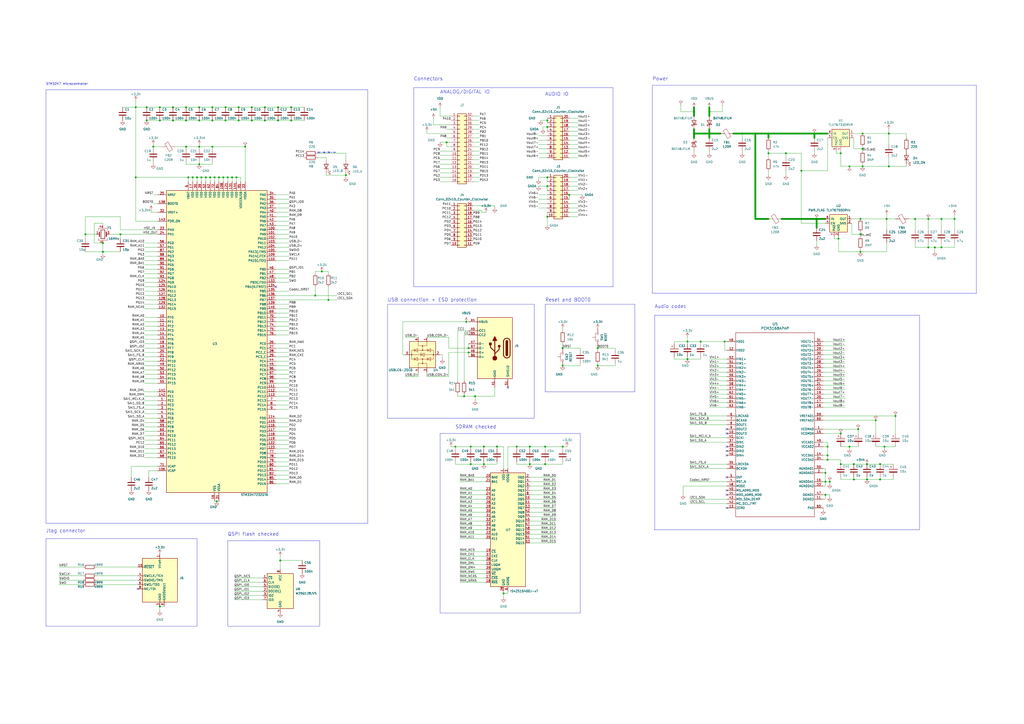
<source format=kicad_sch>
(kicad_sch (version 20230121) (generator eeschema)
  (paper "A2")
  (title_block (title "STM32H7 audio board") (date "2024-03-15") (rev "rev 0.1") (comment 1 "Riccardo Ronchi"))
  (junction (at 513.08 259.08))
  (junction (at 264.16 259.08))
  (junction (at 495.3 278.13))
  (junction (at 100.33 69.85))
  (junction (at 123.19 62.23))
  (junction (at 168.91 62.23))
  (junction (at 200.66 101.6))
  (junction (at 269.24 229.87))
  (junction (at 119.38 102.87))
  (junction (at 190.5 173.99))
  (junction (at 486.41 138.43))
  (junction (at 515.62 77.47))
  (junction (at 280.67 269.24))
  (junction (at 492.76 259.08))
  (junction (at 398.78 208.28))
  (junction (at 480.06 264.16))
  (junction (at 330.2 113.03))
  (junction (at 146.05 69.85))
  (junction (at 114.3 102.87))
  (junction (at 480.06 259.08))
  (junction (at 510.54 269.24))
  (junction (at 478.79 274.32))
  (junction (at 162.56 325.12))
  (junction (at 69.85 135.89))
  (junction (at 142.24 85.09))
  (junction (at 115.57 95.25))
  (junction (at 316.23 269.24))
  (junction (at 273.05 259.08))
  (junction (at 530.86 127))
  (junction (at 78.74 62.23))
  (junction (at 487.68 269.24))
  (junction (at 481.33 279.4))
  (junction (at 519.43 241.3))
  (junction (at 280.67 259.08))
  (junction (at 271.78 201.93))
  (junction (at 121.92 102.87))
  (junction (at 130.81 69.85))
  (junction (at 346.71 201.93))
  (junction (at 85.09 62.23))
  (junction (at 92.71 351.79))
  (junction (at 317.5 73.66))
  (junction (at 273.05 269.24))
  (junction (at 275.59 229.87))
  (junction (at 346.71 212.09))
  (junction (at 124.46 102.87))
  (junction (at 438.15 77.47))
  (junction (at 92.71 62.23))
  (junction (at 85.09 69.85))
  (junction (at 307.34 259.08))
  (junction (at 402.59 64.77))
  (junction (at 107.95 69.85))
  (junction (at 116.84 102.87))
  (junction (at 546.1 127))
  (junction (at 515.62 96.52))
  (junction (at 478.79 279.4))
  (junction (at 510.54 278.13))
  (junction (at 406.4 198.12))
  (junction (at 316.23 259.08))
  (junction (at 127 102.87))
  (junction (at 445.77 88.9))
  (junction (at 107.95 85.09))
  (junction (at 186.69 157.48))
  (junction (at 553.72 127))
  (junction (at 538.48 143.51))
  (junction (at 480.06 266.7))
  (junction (at 514.35 127))
  (junction (at 502.92 278.13))
  (junction (at 78.74 102.87))
  (junction (at 130.81 62.23))
  (junction (at 500.38 96.52))
  (junction (at 317.5 125.73))
  (junction (at 132.08 102.87))
  (junction (at 546.1 143.51))
  (junction (at 455.93 88.9))
  (junction (at 317.5 69.85))
  (junction (at 137.16 102.87))
  (junction (at 161.29 62.23))
  (junction (at 317.5 102.87))
  (junction (at 508 243.84))
  (junction (at 473.71 127))
  (junction (at 411.48 64.77))
  (junction (at 115.57 69.85))
  (junction (at 259.08 82.55))
  (junction (at 109.22 102.87))
  (junction (at 326.39 259.08))
  (junction (at 487.68 251.46))
  (junction (at 125.73 290.83))
  (junction (at 88.9 85.09))
  (junction (at 538.48 127))
  (junction (at 497.84 248.92))
  (junction (at 326.39 201.93))
  (junction (at 445.77 77.47))
  (junction (at 161.29 69.85))
  (junction (at 487.68 88.9))
  (junction (at 500.38 77.47))
  (junction (at 270.51 186.69))
  (junction (at 182.88 171.45))
  (junction (at 49.53 135.89))
  (junction (at 292.1 344.17))
  (junction (at 123.19 69.85))
  (junction (at 100.33 62.23))
  (junction (at 430.53 77.47))
  (junction (at 326.39 212.09))
  (junction (at 288.29 259.08))
  (junction (at 115.57 85.09))
  (junction (at 495.3 269.24))
  (junction (at 271.78 204.47))
  (junction (at 478.79 287.02))
  (junction (at 134.62 102.87))
  (junction (at 111.76 102.87))
  (junction (at 129.54 102.87))
  (junction (at 499.11 146.05))
  (junction (at 168.91 69.85))
  (junction (at 307.34 269.24))
  (junction (at 59.69 146.05))
  (junction (at 123.19 85.09))
  (junction (at 499.11 135.89))
  (junction (at 398.78 198.12))
  (junction (at 138.43 69.85))
  (junction (at 499.11 127))
  (junction (at 299.72 259.08))
  (junction (at 420.37 198.12))
  (junction (at 107.95 62.23))
  (junction (at 402.59 77.47))
  (junction (at 464.82 99.06))
  (junction (at 153.67 69.85))
  (junction (at 317.5 107.95))
  (junction (at 59.69 140.97))
  (junction (at 138.43 62.23))
  (junction (at 542.29 143.51))
  (junction (at 500.38 86.36))
  (junction (at 146.05 62.23))
  (junction (at 502.92 269.24))
  (junction (at 492.76 96.52))
  (junction (at 153.67 62.23))
  (junction (at 115.57 62.23))
  (junction (at 411.48 77.47))
  (junction (at 92.71 69.85))
  (junction (at 472.44 77.47))
  (no_connect (at 421.64 259.08))
  (no_connect (at 80.01 341.63))
  (no_connect (at 421.64 294.64))
  (no_connect (at 421.64 248.92))
  (no_connect (at 421.64 284.48))
  (no_connect (at 421.64 251.46))
  (no_connect (at 160.02 166.37))
  (no_connect (at 421.64 276.86))
  (no_connect (at 421.64 287.02))
  (no_connect (at 421.64 264.16))
  (no_connect (at 421.64 261.62))
  (no_connect (at 294.64 224.79))
  (wire (pts (xy 278.13 87.63) (xy 274.32 87.63)))
  (wire (pts (xy 525.78 96.52) (xy 515.62 96.52)))
  (wire (pts (xy 142.24 85.09) (xy 142.24 105.41)))
  (wire (pts (xy 411.48 220.98) (xy 421.64 220.98)))
  (wire (pts (xy 278.13 77.47) (xy 274.32 77.47)))
  (wire (pts (xy 162.56 325.12) (xy 175.26 325.12)))
  (wire (pts (xy 307.34 314.96) (xy 322.58 314.96)))
  (wire (pts (xy 115.57 62.23) (xy 123.19 62.23)))
  (wire (pts (xy 481.33 287.02) (xy 478.79 287.02)))
  (wire (pts (xy 107.95 69.85) (xy 115.57 69.85)))
  (wire (pts (xy 251.46 72.39) (xy 261.62 72.39)))
  (wire (pts (xy 480.06 80.01) (xy 480.06 99.06)))
  (wire (pts (xy 83.82 214.63) (xy 91.44 214.63)))
  (wire (pts (xy 255.27 102.87) (xy 261.62 102.87)))
  (wire (pts (xy 190.5 157.48) (xy 186.69 157.48)))
  (wire (pts (xy 160.02 173.99) (xy 190.5 173.99)))
  (wire (pts (xy 287.02 119.38) (xy 274.32 119.38)))
  (wire (pts (xy 135.89 345.44) (xy 152.4 345.44)))
  (wire (pts (xy 134.62 102.87) (xy 137.16 102.87)))
  (wire (pts (xy 525.78 96.52) (xy 525.78 95.25)))
  (wire (pts (xy 167.64 184.15) (xy 160.02 184.15)))
  (wire (pts (xy 167.64 267.97) (xy 160.02 267.97)))
  (wire (pts (xy 317.5 68.58) (xy 317.5 69.85)))
  (wire (pts (xy 76.2 270.51) (xy 76.2 276.86)))
  (wire (pts (xy 316.23 267.97) (xy 316.23 269.24)))
  (wire (pts (xy 487.68 269.24) (xy 495.3 269.24)))
  (wire (pts (xy 269.24 229.87) (xy 275.59 229.87)))
  (wire (pts (xy 266.7 320.04) (xy 281.94 320.04)))
  (wire (pts (xy 400.05 289.56) (xy 421.64 289.56)))
  (wire (pts (xy 464.82 99.06) (xy 464.82 88.9)))
  (wire (pts (xy 255.27 82.55) (xy 259.08 82.55)))
  (wire (pts (xy 492.76 260.35) (xy 492.76 259.08)))
  (wire (pts (xy 500.38 86.36) (xy 495.3 86.36)))
  (wire (pts (xy 167.64 255.27) (xy 160.02 255.27)))
  (wire (pts (xy 335.28 68.58) (xy 330.2 68.58)))
  (wire (pts (xy 92.71 351.79) (xy 95.25 351.79)))
  (wire (pts (xy 83.82 204.47) (xy 91.44 204.47)))
  (wire (pts (xy 497.84 248.92) (xy 497.84 251.46)))
  (wire (pts (xy 167.64 224.79) (xy 160.02 224.79)))
  (wire (pts (xy 546.1 140.97) (xy 546.1 143.51)))
  (wire (pts (xy 322.58 279.4) (xy 307.34 279.4)))
  (wire (pts (xy 54.61 129.54) (xy 54.61 140.97)))
  (wire (pts (xy 69.85 125.73) (xy 69.85 133.35)))
  (wire (pts (xy 464.82 129.54) (xy 478.79 129.54)))
  (wire (pts (xy 182.88 157.48) (xy 182.88 158.75)))
  (wire (pts (xy 278.13 95.25) (xy 274.32 95.25)))
  (wire (pts (xy 49.53 135.89) (xy 55.88 135.89)))
  (wire (pts (xy 307.34 307.34) (xy 322.58 307.34)))
  (wire (pts (xy 167.64 265.43) (xy 160.02 265.43)))
  (wire (pts (xy 500.38 86.36) (xy 500.38 85.09)))
  (wire (pts (xy 273.05 267.97) (xy 273.05 269.24)))
  (wire (pts (xy 167.64 179.07) (xy 160.02 179.07)))
  (wire (pts (xy 271.78 204.47) (xy 271.78 207.01)))
  (wire (pts (xy 473.71 127) (xy 473.71 132.08)) (stroke (width 1)))
  (wire (pts (xy 83.82 250.19) (xy 91.44 250.19)))
  (wire (pts (xy 453.39 127) (xy 473.71 127)) (stroke (width 1)))
  (wire (pts (xy 107.95 85.09) (xy 101.6 85.09)))
  (wire (pts (xy 287.02 224.79) (xy 287.02 229.87)))
  (wire (pts (xy 129.54 102.87) (xy 132.08 102.87)))
  (wire (pts (xy 400.05 279.4) (xy 421.64 279.4)))
  (wire (pts (xy 266.7 294.64) (xy 281.94 294.64)))
  (wire (pts (xy 553.72 133.35) (xy 553.72 127)))
  (wire (pts (xy 346.71 212.09) (xy 346.71 210.82)))
  (wire (pts (xy 335.28 83.82) (xy 330.2 83.82)))
  (wire (pts (xy 167.64 262.89) (xy 160.02 262.89)))
  (wire (pts (xy 518.16 278.13) (xy 510.54 278.13)))
  (wire (pts (xy 266.7 307.34) (xy 281.94 307.34)))
  (wire (pts (xy 279.4 121.92) (xy 279.4 123.19)))
  (wire (pts (xy 234.95 218.44) (xy 242.57 218.44)))
  (wire (pts (xy 119.38 102.87) (xy 121.92 102.87)))
  (wire (pts (xy 411.48 64.77) (xy 419.1 64.77)))
  (wire (pts (xy 464.82 88.9) (xy 455.93 88.9)))
  (wire (pts (xy 335.28 78.74) (xy 330.2 78.74)))
  (wire (pts (xy 411.48 226.06) (xy 421.64 226.06)))
  (wire (pts (xy 312.42 115.57) (xy 317.5 115.57)))
  (wire (pts (xy 553.72 140.97) (xy 553.72 143.51)))
  (wire (pts (xy 499.11 144.78) (xy 499.11 146.05)))
  (wire (pts (xy 400.05 243.84) (xy 421.64 243.84)))
  (wire (pts (xy 189.23 91.44) (xy 189.23 92.71)))
  (wire (pts (xy 264.16 259.08) (xy 264.16 260.35)))
  (wire (pts (xy 490.22 208.28) (xy 477.52 208.28)))
  (wire (pts (xy 402.59 64.77) (xy 402.59 67.31)) (stroke (width 1)))
  (wire (pts (xy 480.06 259.08) (xy 480.06 256.54)))
  (wire (pts (xy 83.82 217.17) (xy 91.44 217.17)))
  (wire (pts (xy 411.48 74.93) (xy 411.48 77.47)) (stroke (width 1)))
  (wire (pts (xy 83.82 194.31) (xy 91.44 194.31)))
  (wire (pts (xy 167.64 207.01) (xy 160.02 207.01)))
  (wire (pts (xy 330.2 113.03) (xy 330.2 115.57)))
  (wire (pts (xy 322.58 302.26) (xy 307.34 302.26)))
  (wire (pts (xy 477.52 287.02) (xy 478.79 287.02)))
  (wire (pts (xy 500.38 86.36) (xy 500.38 87.63)))
  (wire (pts (xy 455.93 88.9) (xy 445.77 88.9)))
  (wire (pts (xy 430.53 77.47) (xy 430.53 80.01)))
  (wire (pts (xy 78.74 58.42) (xy 78.74 62.23)))
  (wire (pts (xy 160.02 133.35) (xy 167.64 133.35)))
  (wire (pts (xy 233.68 186.69) (xy 270.51 186.69)))
  (wire (pts (xy 299.72 269.24) (xy 307.34 269.24)))
  (wire (pts (xy 330.2 113.03) (xy 337.82 113.03)))
  (wire (pts (xy 160.02 115.57) (xy 167.64 115.57)))
  (wire (pts (xy 425.45 77.47) (xy 430.53 77.47)) (stroke (width 1)))
  (wire (pts (xy 472.44 77.47) (xy 480.06 77.47)) (stroke (width 1)))
  (wire (pts (xy 83.82 252.73) (xy 91.44 252.73)))
  (wire (pts (xy 83.82 240.03) (xy 91.44 240.03)))
  (wire (pts (xy 115.57 85.09) (xy 123.19 85.09)))
  (wire (pts (xy 438.15 127) (xy 445.77 127)) (stroke (width 1)))
  (wire (pts (xy 335.28 81.28) (xy 330.2 81.28)))
  (wire (pts (xy 195.58 171.45) (xy 182.88 171.45)))
  (wire (pts (xy 107.95 85.09) (xy 107.95 86.36)))
  (wire (pts (xy 477.52 266.7) (xy 480.06 266.7)))
  (wire (pts (xy 477.52 241.3) (xy 519.43 241.3)))
  (wire (pts (xy 502.92 276.86) (xy 502.92 278.13)))
  (wire (pts (xy 184.15 91.44) (xy 189.23 91.44)))
  (wire (pts (xy 264.16 269.24) (xy 264.16 267.97)))
  (wire (pts (xy 83.82 156.21) (xy 91.44 156.21)))
  (wire (pts (xy 83.82 189.23) (xy 91.44 189.23)))
  (wire (pts (xy 510.54 276.86) (xy 510.54 278.13)))
  (wire (pts (xy 115.57 95.25) (xy 115.57 93.98)))
  (wire (pts (xy 266.7 309.88) (xy 281.94 309.88)))
  (wire (pts (xy 402.59 64.77) (xy 402.59 62.23)))
  (wire (pts (xy 87.63 123.19) (xy 87.63 121.92)))
  (wire (pts (xy 335.28 120.65) (xy 330.2 120.65)))
  (wire (pts (xy 167.64 189.23) (xy 160.02 189.23)))
  (wire (pts (xy 438.15 77.47) (xy 430.53 77.47)) (stroke (width 1)))
  (wire (pts (xy 553.72 124.46) (xy 553.72 127)))
  (wire (pts (xy 83.82 161.29) (xy 91.44 161.29)))
  (wire (pts (xy 260.35 218.44) (xy 260.35 204.47)))
  (wire (pts (xy 288.29 269.24) (xy 280.67 269.24)))
  (wire (pts (xy 275.59 229.87) (xy 275.59 232.41)))
  (wire (pts (xy 326.39 259.08) (xy 326.39 260.35)))
  (wire (pts (xy 326.39 199.39) (xy 326.39 201.93)))
  (wire (pts (xy 400.05 246.38) (xy 421.64 246.38)))
  (wire (pts (xy 420.37 203.2) (xy 421.64 203.2)))
  (wire (pts (xy 114.3 102.87) (xy 116.84 102.87)))
  (wire (pts (xy 317.5 69.85) (xy 317.5 71.12)))
  (wire (pts (xy 335.28 105.41) (xy 330.2 105.41)))
  (wire (pts (xy 167.64 191.77) (xy 160.02 191.77)))
  (wire (pts (xy 87.63 123.19) (xy 91.44 123.19)))
  (wire (pts (xy 477.52 256.54) (xy 480.06 256.54)))
  (wire (pts (xy 494.03 127) (xy 499.11 127)))
  (wire (pts (xy 83.82 262.89) (xy 91.44 262.89)))
  (wire (pts (xy 167.64 250.19) (xy 160.02 250.19)))
  (wire (pts (xy 312.42 91.44) (xy 317.5 91.44)))
  (wire (pts (xy 445.77 88.9) (xy 445.77 91.44)))
  (wire (pts (xy 123.19 85.09) (xy 142.24 85.09)))
  (wire (pts (xy 88.9 83.82) (xy 88.9 85.09)))
  (wire (pts (xy 527.05 127) (xy 530.86 127)))
  (wire (pts (xy 391.16 198.12) (xy 398.78 198.12)))
  (wire (pts (xy 255.27 105.41) (xy 261.62 105.41)))
  (wire (pts (xy 259.08 80.01) (xy 261.62 80.01)))
  (wire (pts (xy 59.69 130.81) (xy 59.69 129.54)))
  (wire (pts (xy 69.85 133.35) (xy 91.44 133.35)))
  (wire (pts (xy 490.22 210.82) (xy 477.52 210.82)))
  (wire (pts (xy 266.7 325.12) (xy 281.94 325.12)))
  (wire (pts (xy 502.92 278.13) (xy 510.54 278.13)))
  (wire (pts (xy 266.7 312.42) (xy 281.94 312.42)))
  (wire (pts (xy 411.48 236.22) (xy 421.64 236.22)))
  (wire (pts (xy 88.9 93.98) (xy 88.9 95.25)))
  (wire (pts (xy 83.82 140.97) (xy 91.44 140.97)))
  (wire (pts (xy 299.72 267.97) (xy 299.72 269.24)))
  (wire (pts (xy 514.35 124.46) (xy 514.35 127)))
  (wire (pts (xy 514.35 133.35) (xy 514.35 127)))
  (wire (pts (xy 411.48 223.52) (xy 421.64 223.52)))
  (wire (pts (xy 398.78 198.12) (xy 406.4 198.12)))
  (wire (pts (xy 123.19 62.23) (xy 130.81 62.23)))
  (wire (pts (xy 123.19 85.09) (xy 123.19 86.36)))
  (wire (pts (xy 160.02 135.89) (xy 167.64 135.89)))
  (wire (pts (xy 115.57 86.36) (xy 115.57 85.09)))
  (wire (pts (xy 123.19 95.25) (xy 115.57 95.25)))
  (wire (pts (xy 336.55 212.09) (xy 336.55 210.82)))
  (wire (pts (xy 83.82 158.75) (xy 91.44 158.75)))
  (wire (pts (xy 490.22 203.2) (xy 477.52 203.2)))
  (wire (pts (xy 499.11 127) (xy 514.35 127)))
  (wire (pts (xy 160.02 130.81) (xy 167.64 130.81)))
  (wire (pts (xy 514.35 127) (xy 519.43 127)))
  (wire (pts (xy 167.64 125.73) (xy 160.02 125.73)))
  (wire (pts (xy 307.34 312.42) (xy 322.58 312.42)))
  (wire (pts (xy 269.24 194.31) (xy 271.78 194.31)))
  (wire (pts (xy 233.68 205.74) (xy 234.95 205.74)))
  (wire (pts (xy 266.7 284.48) (xy 281.94 284.48)))
  (wire (pts (xy 83.82 212.09) (xy 91.44 212.09)))
  (wire (pts (xy 292.1 342.9) (xy 292.1 344.17)))
  (wire (pts (xy 162.56 325.12) (xy 162.56 330.2)))
  (wire (pts (xy 287.02 229.87) (xy 275.59 229.87)))
  (wire (pts (xy 411.48 77.47) (xy 411.48 80.01)) (stroke (width 1)))
  (wire (pts (xy 400.05 254) (xy 421.64 254)))
  (wire (pts (xy 186.69 157.48) (xy 182.88 157.48)))
  (wire (pts (xy 398.78 208.28) (xy 391.16 208.28)))
  (wire (pts (xy 265.43 228.6) (xy 265.43 229.87)))
  (wire (pts (xy 259.08 82.55) (xy 261.62 82.55)))
  (wire (pts (xy 490.22 198.12) (xy 477.52 198.12)))
  (wire (pts (xy 335.28 110.49) (xy 330.2 110.49)))
  (wire (pts (xy 256.54 205.74) (xy 256.54 208.28)))
  (wire (pts (xy 518.16 276.86) (xy 518.16 278.13)))
  (wire (pts (xy 508 243.84) (xy 508 251.46)))
  (wire (pts (xy 114.3 102.87) (xy 114.3 105.41)))
  (wire (pts (xy 515.62 74.93) (xy 515.62 77.47)))
  (wire (pts (xy 445.77 87.63) (xy 445.77 88.9)))
  (wire (pts (xy 264.16 269.24) (xy 273.05 269.24)))
  (wire (pts (xy 78.74 62.23) (xy 85.09 62.23)))
  (wire (pts (xy 83.82 201.93) (xy 91.44 201.93)))
  (wire (pts (xy 255.27 97.79) (xy 261.62 97.79)))
  (wire (pts (xy 83.82 191.77) (xy 91.44 191.77)))
  (wire (pts (xy 312.42 83.82) (xy 317.5 83.82)))
  (wire (pts (xy 500.38 95.25) (xy 500.38 96.52)))
  (wire (pts (xy 322.58 299.72) (xy 307.34 299.72)))
  (wire (pts (xy 266.7 292.1) (xy 281.94 292.1)))
  (wire (pts (xy 161.29 62.23) (xy 168.91 62.23)))
  (wire (pts (xy 335.28 118.11) (xy 330.2 118.11)))
  (wire (pts (xy 312.42 88.9) (xy 317.5 88.9)))
  (wire (pts (xy 278.13 105.41) (xy 274.32 105.41)))
  (wire (pts (xy 255.27 95.25) (xy 261.62 95.25)))
  (wire (pts (xy 189.23 100.33) (xy 189.23 101.6)))
  (wire (pts (xy 335.28 88.9) (xy 330.2 88.9)))
  (wire (pts (xy 515.62 83.82) (xy 515.62 77.47)))
  (wire (pts (xy 130.81 62.23) (xy 138.43 62.23)))
  (wire (pts (xy 55.88 328.93) (xy 80.01 328.93)))
  (wire (pts (xy 294.64 342.9) (xy 294.64 344.17)))
  (wire (pts (xy 274.32 121.92) (xy 279.4 121.92)))
  (wire (pts (xy 83.82 179.07) (xy 91.44 179.07)))
  (wire (pts (xy 34.29 328.93) (xy 48.26 328.93)))
  (wire (pts (xy 83.82 207.01) (xy 91.44 207.01)))
  (wire (pts (xy 299.72 259.08) (xy 307.34 259.08)))
  (wire (pts (xy 200.66 101.6) (xy 200.66 102.87)))
  (wire (pts (xy 490.22 200.66) (xy 477.52 200.66)))
  (wire (pts (xy 83.82 173.99) (xy 91.44 173.99)))
  (wire (pts (xy 530.86 143.51) (xy 530.86 140.97)))
  (wire (pts (xy 127 102.87) (xy 127 105.41)))
  (wire (pts (xy 167.64 234.95) (xy 160.02 234.95)))
  (wire (pts (xy 139.7 102.87) (xy 139.7 105.41)))
  (wire (pts (xy 477.52 289.56) (xy 478.79 289.56)))
  (wire (pts (xy 499.11 146.05) (xy 486.41 146.05)))
  (wire (pts (xy 190.5 158.75) (xy 190.5 157.48)))
  (wire (pts (xy 472.44 87.63) (xy 472.44 88.9)))
  (wire (pts (xy 115.57 69.85) (xy 123.19 69.85)))
  (wire (pts (xy 322.58 284.48) (xy 307.34 284.48)))
  (wire (pts (xy 445.77 99.06) (xy 445.77 101.6)))
  (wire (pts (xy 402.59 74.93) (xy 402.59 77.47)) (stroke (width 1)))
  (wire (pts (xy 394.97 64.77) (xy 394.97 60.96)))
  (wire (pts (xy 356.87 201.93) (xy 356.87 203.2)))
  (wire (pts (xy 78.74 62.23) (xy 78.74 102.87)))
  (wire (pts (xy 326.39 190.5) (xy 326.39 191.77)))
  (wire (pts (xy 123.19 69.85) (xy 130.81 69.85)))
  (wire (pts (xy 477.52 294.64) (xy 477.52 295.91)))
  (wire (pts (xy 495.3 86.36) (xy 495.3 80.01)))
  (wire (pts (xy 167.64 275.59) (xy 160.02 275.59)))
  (wire (pts (xy 278.13 97.79) (xy 274.32 97.79)))
  (wire (pts (xy 34.29 336.55) (xy 48.26 336.55)))
  (wire (pts (xy 430.53 87.63) (xy 430.53 88.9)))
  (wire (pts (xy 294.64 271.78) (xy 294.64 259.08)))
  (wire (pts (xy 167.64 201.93) (xy 160.02 201.93)))
  (wire (pts (xy 356.87 212.09) (xy 356.87 210.82)))
  (wire (pts (xy 487.68 259.08) (xy 492.76 259.08)))
  (wire (pts (xy 312.42 81.28) (xy 317.5 81.28)))
  (wire (pts (xy 86.36 273.05) (xy 86.36 276.86)))
  (wire (pts (xy 255.27 205.74) (xy 256.54 205.74)))
  (wire (pts (xy 478.79 279.4) (xy 478.79 281.94)))
  (wire (pts (xy 335.28 102.87) (xy 330.2 102.87)))
  (wire (pts (xy 167.64 118.11) (xy 160.02 118.11)))
  (wire (pts (xy 83.82 148.59) (xy 91.44 148.59)))
  (wire (pts (xy 478.79 279.4) (xy 481.33 279.4)))
  (wire (pts (xy 260.35 201.93) (xy 271.78 201.93)))
  (wire (pts (xy 335.28 73.66) (xy 330.2 73.66)))
  (wire (pts (xy 278.13 90.17) (xy 274.32 90.17)))
  (wire (pts (xy 336.55 201.93) (xy 336.55 203.2)))
  (wire (pts (xy 538.48 143.51) (xy 530.86 143.51)))
  (wire (pts (xy 400.05 269.24) (xy 421.64 269.24)))
  (wire (pts (xy 83.82 184.15) (xy 91.44 184.15)))
  (wire (pts (xy 255.27 92.71) (xy 261.62 92.71)))
  (wire (pts (xy 83.82 265.43) (xy 91.44 265.43)))
  (wire (pts (xy 312.42 118.11) (xy 317.5 118.11)))
  (wire (pts (xy 265.43 229.87) (xy 269.24 229.87)))
  (wire (pts (xy 107.95 62.23) (xy 115.57 62.23)))
  (wire (pts (xy 307.34 260.35) (xy 307.34 259.08)))
  (wire (pts (xy 182.88 166.37) (xy 182.88 171.45)))
  (wire (pts (xy 111.76 102.87) (xy 114.3 102.87)))
  (wire (pts (xy 477.52 243.84) (xy 508 243.84)))
  (wire (pts (xy 280.67 269.24) (xy 273.05 269.24)))
  (wire (pts (xy 317.5 123.19) (xy 317.5 125.73)))
  (wire (pts (xy 398.78 207.01) (xy 398.78 208.28)))
  (wire (pts (xy 499.11 135.89) (xy 499.11 134.62)))
  (wire (pts (xy 132.08 102.87) (xy 134.62 102.87)))
  (wire (pts (xy 490.22 220.98) (xy 477.52 220.98)))
  (wire (pts (xy 83.82 166.37) (xy 91.44 166.37)))
  (wire (pts (xy 278.13 92.71) (xy 274.32 92.71)))
  (wire (pts (xy 160.02 171.45) (xy 182.88 171.45)))
  (wire (pts (xy 138.43 69.85) (xy 146.05 69.85)))
  (wire (pts (xy 486.41 137.16) (xy 486.41 138.43)))
  (wire (pts (xy 326.39 269.24) (xy 326.39 267.97)))
  (wire (pts (xy 411.48 228.6) (xy 421.64 228.6)))
  (wire (pts (xy 167.64 237.49) (xy 160.02 237.49)))
  (wire (pts (xy 160.02 148.59) (xy 167.64 148.59)))
  (wire (pts (xy 83.82 227.33) (xy 91.44 227.33)))
  (wire (pts (xy 34.29 334.01) (xy 48.26 334.01)))
  (wire (pts (xy 346.71 201.93) (xy 346.71 200.66)))
  (wire (pts (xy 78.74 128.27) (xy 78.74 102.87)))
  (wire (pts (xy 59.69 146.05) (xy 59.69 147.32)))
  (wire (pts (xy 167.64 232.41) (xy 160.02 232.41)))
  (wire (pts (xy 546.1 127) (xy 553.72 127)))
  (wire (pts (xy 260.35 195.58) (xy 260.35 201.93)))
  (wire (pts (xy 115.57 95.25) (xy 107.95 95.25)))
  (wire (pts (xy 271.78 191.77) (xy 265.43 191.77)))
  (wire (pts (xy 137.16 102.87) (xy 139.7 102.87)))
  (wire (pts (xy 167.64 229.87) (xy 160.02 229.87)))
  (wire (pts (xy 200.66 88.9) (xy 200.66 92.71)))
  (wire (pts (xy 135.89 347.98) (xy 152.4 347.98)))
  (wire (pts (xy 167.64 204.47) (xy 160.02 204.47)))
  (wire (pts (xy 167.64 270.51) (xy 160.02 270.51)))
  (wire (pts (xy 500.38 77.47) (xy 515.62 77.47)))
  (wire (pts (xy 49.53 146.05) (xy 59.69 146.05)))
  (wire (pts (xy 322.58 287.02) (xy 307.34 287.02)))
  (wire (pts (xy 247.65 218.44) (xy 260.35 218.44)))
  (wire (pts (xy 312.42 86.36) (xy 317.5 86.36)))
  (wire (pts (xy 326.39 259.08) (xy 328.93 259.08)))
  (wire (pts (xy 266.7 287.02) (xy 281.94 287.02)))
  (wire (pts (xy 314.96 73.66) (xy 317.5 73.66)))
  (wire (pts (xy 116.84 102.87) (xy 119.38 102.87)))
  (wire (pts (xy 266.7 289.56) (xy 281.94 289.56)))
  (wire (pts (xy 55.88 336.55) (xy 80.01 336.55)))
  (wire (pts (xy 473.71 127) (xy 478.79 127)) (stroke (width 1)))
  (wire (pts (xy 490.22 223.52) (xy 477.52 223.52)))
  (wire (pts (xy 71.12 62.23) (xy 78.74 62.23)))
  (wire (pts (xy 391.16 208.28) (xy 391.16 207.01)))
  (wire (pts (xy 137.16 102.87) (xy 137.16 105.41)))
  (wire (pts (xy 153.67 62.23) (xy 161.29 62.23)))
  (wire (pts (xy 100.33 69.85) (xy 107.95 69.85)))
  (wire (pts (xy 322.58 289.56) (xy 307.34 289.56)))
  (wire (pts (xy 335.28 71.12) (xy 330.2 71.12)))
  (wire (pts (xy 264.16 259.08) (xy 273.05 259.08)))
  (wire (pts (xy 400.05 292.1) (xy 421.64 292.1)))
  (wire (pts (xy 515.62 91.44) (xy 515.62 96.52)))
  (wire (pts (xy 135.89 342.9) (xy 152.4 342.9)))
  (wire (pts (xy 83.82 255.27) (xy 91.44 255.27)))
  (wire (pts (xy 411.48 215.9) (xy 421.64 215.9)))
  (wire (pts (xy 411.48 210.82) (xy 421.64 210.82)))
  (wire (pts (xy 184.15 88.9) (xy 200.66 88.9)))
  (wire (pts (xy 251.46 72.39) (xy 251.46 68.58)))
  (wire (pts (xy 83.82 237.49) (xy 91.44 237.49)))
  (wire (pts (xy 83.82 242.57) (xy 91.44 242.57)))
  (wire (pts (xy 153.67 69.85) (xy 161.29 69.85)))
  (wire (pts (xy 455.93 99.06) (xy 455.93 101.6)))
  (wire (pts (xy 490.22 226.06) (xy 477.52 226.06)))
  (wire (pts (xy 266.7 276.86) (xy 281.94 276.86)))
  (wire (pts (xy 83.82 171.45) (xy 91.44 171.45)))
  (wire (pts (xy 312.42 78.74) (xy 317.5 78.74)))
  (wire (pts (xy 490.22 228.6) (xy 477.52 228.6)))
  (wire (pts (xy 335.28 107.95) (xy 330.2 107.95)))
  (wire (pts (xy 93.98 85.09) (xy 88.9 85.09)))
  (wire (pts (xy 278.13 74.93) (xy 274.32 74.93)))
  (wire (pts (xy 481.33 288.29) (xy 481.33 287.02)))
  (wire (pts (xy 280.67 259.08) (xy 288.29 259.08)))
  (wire (pts (xy 336.55 201.93) (xy 326.39 201.93)))
  (wire (pts (xy 487.68 266.7) (xy 487.68 269.24)))
  (wire (pts (xy 487.68 278.13) (xy 495.3 278.13)))
  (wire (pts (xy 167.64 123.19) (xy 160.02 123.19)))
  (wire (pts (xy 402.59 80.01) (xy 402.59 77.47)) (stroke (width 1)))
  (wire (pts (xy 167.64 217.17) (xy 160.02 217.17)))
  (wire (pts (xy 278.13 85.09) (xy 274.32 85.09)))
  (wire (pts (xy 85.09 62.23) (xy 92.71 62.23)))
  (wire (pts (xy 500.38 96.52) (xy 515.62 96.52)))
  (wire (pts (xy 542.29 143.51) (xy 542.29 146.05)))
  (wire (pts (xy 438.15 77.47) (xy 438.15 127)) (stroke (width 1)))
  (wire (pts (xy 167.64 245.11) (xy 160.02 245.11)))
  (wire (pts (xy 519.43 241.3) (xy 519.43 251.46)))
  (wire (pts (xy 167.64 260.35) (xy 160.02 260.35)))
  (wire (pts (xy 495.3 276.86) (xy 495.3 278.13)))
  (wire (pts (xy 88.9 85.09) (xy 88.9 86.36)))
  (wire (pts (xy 160.02 113.03) (xy 167.64 113.03)))
  (wire (pts (xy 346.71 201.93) (xy 346.71 203.2)))
  (wire (pts (xy 494.03 129.54) (xy 494.03 135.89)))
  (wire (pts (xy 69.85 135.89) (xy 91.44 135.89)))
  (wire (pts (xy 83.82 168.91) (xy 91.44 168.91)))
  (wire (pts (xy 335.28 86.36) (xy 330.2 86.36)))
  (wire (pts (xy 400.05 256.54) (xy 421.64 256.54)))
  (wire (pts (xy 167.64 280.67) (xy 160.02 280.67)))
  (wire (pts (xy 406.4 208.28) (xy 398.78 208.28)))
  (wire (pts (xy 411.48 233.68) (xy 421.64 233.68)))
  (wire (pts (xy 313.69 69.85) (xy 317.5 69.85)))
  (wire (pts (xy 510.54 269.24) (xy 518.16 269.24)))
  (wire (pts (xy 525.78 77.47) (xy 515.62 77.47)))
  (wire (pts (xy 480.06 264.16) (xy 480.06 259.08)))
  (wire (pts (xy 234.95 195.58) (xy 242.57 195.58)))
  (wire (pts (xy 312.42 107.95) (xy 317.5 107.95)))
  (wire (pts (xy 266.7 337.82) (xy 281.94 337.82)))
  (wire (pts (xy 400.05 271.78) (xy 421.64 271.78)))
  (wire (pts (xy 266.7 279.4) (xy 281.94 279.4)))
  (wire (pts (xy 167.64 176.53) (xy 160.02 176.53)))
  (wire (pts (xy 495.3 269.24) (xy 502.92 269.24)))
  (wire (pts (xy 83.82 186.69) (xy 91.44 186.69)))
  (wire (pts (xy 530.86 127) (xy 530.86 133.35)))
  (wire (pts (xy 322.58 276.86) (xy 307.34 276.86)))
  (wire (pts (xy 135.89 340.36) (xy 152.4 340.36)))
  (wire (pts (xy 167.64 222.25) (xy 160.02 222.25)))
  (wire (pts (xy 316.23 259.08) (xy 316.23 260.35)))
  (wire (pts (xy 168.91 62.23) (xy 176.53 62.23)))
  (wire (pts (xy 411.48 77.47) (xy 417.83 77.47)) (stroke (width 1)))
  (wire (pts (xy 396.24 281.94) (xy 421.64 281.94)))
  (wire (pts (xy 492.76 259.08) (xy 497.84 259.08)))
  (wire (pts (xy 190.5 173.99) (xy 195.58 173.99)))
  (wire (pts (xy 83.82 143.51) (xy 91.44 143.51)))
  (wire (pts (xy 160.02 128.27) (xy 167.64 128.27)))
  (wire (pts (xy 167.64 227.33) (xy 160.02 227.33)))
  (wire (pts (xy 83.82 229.87) (xy 91.44 229.87)))
  (wire (pts (xy 242.57 218.44) (xy 242.57 215.9)))
  (wire (pts (xy 513.08 259.08) (xy 513.08 260.35)))
  (wire (pts (xy 168.91 69.85) (xy 176.53 69.85)))
  (wire (pts (xy 508 259.08) (xy 513.08 259.08)))
  (wire (pts (xy 546.1 143.51) (xy 542.29 143.51)))
  (wire (pts (xy 86.36 273.05) (xy 91.44 273.05)))
  (wire (pts (xy 335.28 76.2) (xy 330.2 76.2)))
  (wire (pts (xy 259.08 82.55) (xy 259.08 85.09)))
  (wire (pts (xy 356.87 201.93) (xy 346.71 201.93)))
  (wire (pts (xy 317.5 102.87) (xy 317.5 105.41)))
  (wire (pts (xy 307.34 269.24) (xy 307.34 267.97)))
  (wire (pts (xy 525.78 80.01) (xy 525.78 77.47)))
  (wire (pts (xy 553.72 143.51) (xy 546.1 143.51)))
  (wire (pts (xy 317.5 107.95) (xy 317.5 110.49)))
  (wire (pts (xy 160.02 168.91) (xy 167.64 168.91)))
  (wire (pts (xy 116.84 102.87) (xy 116.84 105.41)))
  (wire (pts (xy 411.48 218.44) (xy 421.64 218.44)))
  (wire (pts (xy 411.48 62.23) (xy 411.48 64.77)) (stroke (width 1)))
  (wire (pts (xy 167.64 194.31) (xy 160.02 194.31)))
  (wire (pts (xy 259.08 85.09) (xy 261.62 85.09)))
  (wire (pts (xy 336.55 212.09) (xy 326.39 212.09)))
  (wire (pts (xy 255.27 62.23) (xy 255.27 67.31)))
  (wire (pts (xy 398.78 199.39) (xy 398.78 198.12)))
  (wire (pts (xy 500.38 96.52) (xy 492.76 96.52)))
  (wire (pts (xy 121.92 102.87) (xy 121.92 105.41)))
  (wire (pts (xy 121.92 102.87) (xy 124.46 102.87)))
  (wire (pts (xy 83.82 196.85) (xy 91.44 196.85)))
  (wire (pts (xy 391.16 199.39) (xy 391.16 198.12)))
  (wire (pts (xy 420.37 198.12) (xy 421.64 198.12)))
  (wire (pts (xy 247.65 195.58) (xy 260.35 195.58)))
  (wire (pts (xy 190.5 166.37) (xy 190.5 173.99)))
  (wire (pts (xy 59.69 146.05) (xy 69.85 146.05)))
  (wire (pts (xy 92.71 354.33) (xy 92.71 351.79)))
  (wire (pts (xy 88.9 113.03) (xy 91.44 113.03)))
  (wire (pts (xy 167.64 181.61) (xy 160.02 181.61)))
  (wire (pts (xy 63.5 135.89) (xy 69.85 135.89)))
  (wire (pts (xy 83.82 146.05) (xy 91.44 146.05)))
  (wire (pts (xy 119.38 102.87) (xy 119.38 105.41)))
  (wire (pts (xy 247.65 77.47) (xy 247.65 76.2)))
  (wire (pts (xy 247.65 77.47) (xy 261.62 77.47)))
  (wire (pts (xy 480.06 266.7) (xy 480.06 264.16)))
  (wire (pts (xy 538.48 127) (xy 546.1 127)))
  (wire (pts (xy 278.13 80.01) (xy 274.32 80.01)))
  (wire (pts (xy 167.64 252.73) (xy 160.02 252.73)))
  (wire (pts (xy 160.02 158.75) (xy 167.64 158.75)))
  (wire (pts (xy 130.81 69.85) (xy 138.43 69.85)))
  (wire (pts (xy 146.05 62.23) (xy 153.67 62.23)))
  (wire (pts (xy 322.58 304.8) (xy 307.34 304.8)))
  (wire (pts (xy 279.4 123.19) (xy 281.94 123.19)))
  (wire (pts (xy 135.89 337.82) (xy 152.4 337.82)))
  (wire (pts (xy 402.59 62.23) (xy 402.59 64.77)) (stroke (width 1)))
  (wire (pts (xy 83.82 260.35) (xy 91.44 260.35)))
  (wire (pts (xy 83.82 234.95) (xy 91.44 234.95)))
  (wire (pts (xy 398.78 195.58) (xy 398.78 198.12)))
  (wire (pts (xy 473.71 142.24) (xy 473.71 139.7)))
  (wire (pts (xy 483.87 138.43) (xy 483.87 137.16)))
  (wire (pts (xy 55.88 339.09) (xy 80.01 339.09)))
  (wire (pts (xy 317.5 73.66) (xy 317.5 76.2)))
  (wire (pts (xy 264.16 259.08) (xy 261.62 259.08)))
  (wire (pts (xy 247.65 218.44) (xy 247.65 215.9)))
  (wire (pts (xy 499.11 135.89) (xy 494.03 135.89)))
  (wire (pts (xy 406.4 207.01) (xy 406.4 208.28)))
  (wire (pts (xy 420.37 198.12) (xy 420.37 203.2)))
  (wire (pts (xy 160.02 140.97) (xy 167.64 140.97)))
  (wire (pts (xy 266.7 327.66) (xy 281.94 327.66)))
  (wire (pts (xy 478.79 271.78) (xy 478.79 274.32)))
  (wire (pts (xy 167.64 199.39) (xy 160.02 199.39)))
  (wire (pts (xy 83.82 222.25) (xy 91.44 222.25)))
  (wire (pts (xy 54.61 140.97) (xy 59.69 140.97)))
  (wire (pts (xy 162.56 322.58) (xy 162.56 325.12)))
  (wire (pts (xy 411.48 208.28) (xy 421.64 208.28)))
  (wire (pts (xy 406.4 198.12) (xy 420.37 198.12)))
  (wire (pts (xy 107.95 85.09) (xy 115.57 85.09)))
  (wire (pts (xy 538.48 133.35) (xy 538.48 127)))
  (wire (pts (xy 316.23 269.24) (xy 326.39 269.24)))
  (wire (pts (xy 294.64 259.08) (xy 299.72 259.08)))
  (wire (pts (xy 307.34 269.24) (xy 316.23 269.24)))
  (wire (pts (xy 49.53 135.89) (xy 49.53 125.73)))
  (wire (pts (xy 271.78 201.93) (xy 271.78 199.39)))
  (wire (pts (xy 167.64 219.71) (xy 160.02 219.71)))
  (wire (pts (xy 273.05 259.08) (xy 273.05 260.35)))
  (wire (pts (xy 490.22 215.9) (xy 477.52 215.9)))
  (wire (pts (xy 269.24 228.6) (xy 269.24 229.87)))
  (wire (pts (xy 160.02 161.29) (xy 167.64 161.29)))
  (wire (pts (xy 278.13 67.31) (xy 274.32 67.31)))
  (wire (pts (xy 314.96 74.93) (xy 314.96 73.66)))
  (wire (pts (xy 160.02 143.51) (xy 167.64 143.51)))
  (wire (pts (xy 292.1 271.78) (xy 292.1 259.08)))
  (wire (pts (xy 69.85 135.89) (xy 69.85 138.43)))
  (wire (pts (xy 335.28 123.19) (xy 330.2 123.19)))
  (wire (pts (xy 307.34 309.88) (xy 322.58 309.88)))
  (wire (pts (xy 312.42 120.65) (xy 317.5 120.65)))
  (wire (pts (xy 109.22 102.87) (xy 111.76 102.87)))
  (wire (pts (xy 255.27 67.31) (xy 261.62 67.31)))
  (wire (pts (xy 91.44 128.27) (xy 78.74 128.27)))
  (wire (pts (xy 445.77 77.47) (xy 472.44 77.47)) (stroke (width 1)))
  (wire (pts (xy 486.41 138.43) (xy 486.41 146.05)))
  (wire (pts (xy 287.02 119.38) (xy 287.02 120.65)))
  (wire (pts (xy 411.48 64.77) (xy 411.48 67.31)) (stroke (width 1)))
  (wire (pts (xy 83.82 163.83) (xy 91.44 163.83)))
  (wire (pts (xy 288.29 259.08) (xy 288.29 260.35)))
  (wire (pts (xy 477.52 251.46) (xy 487.68 251.46)))
  (wire (pts (xy 486.41 138.43) (xy 483.87 138.43)))
  (wire (pts (xy 288.29 267.97) (xy 288.29 269.24)))
  (wire (pts (xy 477.52 248.92) (xy 497.84 248.92)))
  (wire (pts (xy 396.24 287.02) (xy 396.24 281.94)))
  (wire (pts (xy 124.46 102.87) (xy 124.46 105.41)))
  (wire (pts (xy 542.29 143.51) (xy 538.48 143.51)))
  (wire (pts (xy 160.02 156.21) (xy 167.64 156.21)))
  (wire (pts (xy 480.06 99.06) (xy 464.82 99.06)))
  (wire (pts (xy 394.97 64.77) (xy 402.59 64.77)))
  (wire (pts (xy 514.35 146.05) (xy 514.35 140.97)))
  (wire (pts (xy 260.35 204.47) (xy 271.78 204.47)))
  (wire (pts (xy 322.58 281.94) (xy 307.34 281.94)))
  (wire (pts (xy 146.05 69.85) (xy 153.67 69.85)))
  (wire (pts (xy 411.48 213.36) (xy 421.64 213.36)))
  (wire (pts (xy 83.82 245.11) (xy 91.44 245.11)))
  (wire (pts (xy 538.48 127) (xy 530.86 127)))
  (wire (pts (xy 472.44 77.47) (xy 472.44 80.01)) (stroke (width 1)))
  (wire (pts (xy 111.76 105.41) (xy 111.76 102.87)))
  (wire (pts (xy 167.64 214.63) (xy 160.02 214.63)))
  (wire (pts (xy 85.09 69.85) (xy 92.71 69.85)))
  (wire (pts (xy 160.02 151.13) (xy 167.64 151.13)))
  (wire (pts (xy 161.29 69.85) (xy 168.91 69.85)))
  (wire (pts (xy 59.69 129.54) (xy 54.61 129.54)))
  (wire (pts (xy 266.7 297.18) (xy 281.94 297.18)))
  (wire (pts (xy 107.95 95.25) (xy 107.95 93.98)))
  (wire (pts (xy 477.52 264.16) (xy 480.06 264.16)))
  (wire (pts (xy 273.05 259.08) (xy 280.67 259.08)))
  (wire (pts (xy 83.82 176.53) (xy 91.44 176.53)))
  (wire (pts (xy 292.1 344.17) (xy 292.1 346.71)))
  (wire (pts (xy 167.64 209.55) (xy 160.02 209.55)))
  (wire (pts (xy 487.68 96.52) (xy 487.68 88.9)))
  (wire (pts (xy 132.08 102.87) (xy 132.08 105.41)))
  (wire (pts (xy 255.27 100.33) (xy 261.62 100.33)))
  (wire (pts (xy 49.53 125.73) (xy 69.85 125.73)))
  (wire (pts (xy 34.29 339.09) (xy 48.26 339.09)))
  (wire (pts (xy 288.29 259.08) (xy 292.1 259.08)))
  (wire (pts (xy 125.73 290.83) (xy 127 290.83)))
  (wire (pts (xy 167.64 257.81) (xy 160.02 257.81)))
  (wire (pts (xy 266.7 322.58) (xy 281.94 322.58)))
  (wire (pts (xy 266.7 304.8) (xy 281.94 304.8)))
  (wire (pts (xy 411.48 87.63) (xy 411.48 88.9)))
  (wire (pts (xy 76.2 270.51) (xy 91.44 270.51)))
  (wire (pts (xy 167.64 212.09) (xy 160.02 212.09)))
  (wire (pts (xy 167.64 247.65) (xy 160.02 247.65)))
  (wire (pts (xy 495.3 278.13) (xy 502.92 278.13)))
  (wire (pts (xy 129.54 102.87) (xy 129.54 105.41)))
  (wire (pts (xy 478.79 279.4) (xy 478.79 274.32)))
  (wire (pts (xy 513.08 259.08) (xy 519.43 259.08)))
  (wire (pts (xy 124.46 290.83) (xy 125.73 290.83)))
  (wire (pts (xy 127 102.87) (xy 129.54 102.87)))
  (wire (pts (xy 83.82 219.71) (xy 91.44 219.71)))
  (wire (pts (xy 335.28 125.73) (xy 330.2 125.73)))
  (wire (pts (xy 487.68 266.7) (xy 480.06 266.7)))
  (wire (pts (xy 490.22 218.44) (xy 477.52 218.44)))
  (wire (pts (xy 167.64 186.69) (xy 160.02 186.69)))
  (wire (pts (xy 266.7 302.26) (xy 281.94 302.26)))
  (wire (pts (xy 78.74 102.87) (xy 109.22 102.87)))
  (wire (pts (xy 499.11 135.89) (xy 499.11 137.16)))
  (wire (pts (xy 481.33 279.4) (xy 481.33 280.67)))
  (wire (pts (xy 406.4 199.39) (xy 406.4 198.12)))
  (wire (pts (xy 322.58 292.1) (xy 307.34 292.1)))
  (wire (pts (xy 124.46 102.87) (xy 127 102.87)))
  (wire (pts (xy 495.3 77.47) (xy 500.38 77.47)))
  (wire (pts (xy 138.43 62.23) (xy 146.05 62.23)))
  (wire (pts (xy 438.15 77.47) (xy 445.77 77.47)) (stroke (width 1)))
  (wire (pts (xy 200.66 100.33) (xy 200.66 101.6)))
  (wire (pts (xy 477.52 279.4) (xy 478.79 279.4)))
  (wire (pts (xy 55.88 334.01) (xy 80.01 334.01)))
  (wire (pts (xy 49.53 135.89) (xy 49.53 138.43)))
  (wire (pts (xy 280.67 260.35) (xy 280.67 259.08)))
  (wire (pts (xy 307.34 259.08) (xy 316.23 259.08)))
  (wire (pts (xy 477.52 259.08) (xy 480.06 259.08)))
  (wire (pts (xy 109.22 102.87) (xy 109.22 105.41)))
  (wire (pts (xy 59.69 140.97) (xy 59.69 146.05)))
  (wire (pts (xy 83.82 199.39) (xy 91.44 199.39)))
  (wire (pts (xy 115.57 83.82) (xy 115.57 85.09)))
  (wire (pts (xy 259.08 74.93) (xy 261.62 74.93)))
  (wire (pts (xy 160.02 138.43) (xy 167.64 138.43)))
  (wire (pts (xy 499.11 146.05) (xy 514.35 146.05)))
  (wire (pts (xy 266.7 330.2) (xy 281.94 330.2)))
  (wire (pts (xy 278.13 100.33) (xy 274.32 100.33)))
  (wire (pts (xy 189.23 101.6) (xy 200.66 101.6)))
  (wire (pts (xy 402.59 77.47) (xy 411.48 77.47)) (stroke (width 1)))
  (wire (pts (xy 312.42 113.03) (xy 317.5 113.03)))
  (wire (pts (xy 487.68 88.9) (xy 487.68 87.63)))
  (wire (pts (xy 255.27 90.17) (xy 261.62 90.17)))
  (wire (pts (xy 83.82 209.55) (xy 91.44 209.55)))
  (wire (pts (xy 92.71 69.85) (xy 100.33 69.85)))
  (wire (pts (xy 83.82 257.81) (xy 91.44 257.81)))
  (wire (pts (xy 400.05 241.3) (xy 421.64 241.3)))
  (wire (pts (xy 299.72 259.08) (xy 299.72 260.35)))
  (wire (pts (xy 490.22 236.22) (xy 477.52 236.22)))
  (wire (pts (xy 316.23 259.08) (xy 326.39 259.08)))
  (wire (pts (xy 278.13 102.87) (xy 274.32 102.87)))
  (wire (pts (xy 312.42 102.87) (xy 317.5 102.87)))
  (wire (pts (xy 478.79 271.78) (xy 477.52 271.78)))
  (wire (pts (xy 123.19 93.98) (xy 123.19 95.25)))
  (wire (pts (xy 411.48 231.14) (xy 421.64 231.14)))
  (wire (pts (xy 167.64 242.57) (xy 160.02 242.57)))
  (wire (pts (xy 83.82 232.41) (xy 91.44 232.41)))
  (wire (pts (xy 317.5 125.73) (xy 317.5 130.81)))
  (wire (pts (xy 538.48 140.97) (xy 538.48 143.51)))
  (wire (pts (xy 419.1 60.96) (xy 419.1 64.77)))
  (wire (pts (xy 335.28 91.44) (xy 330.2 91.44)))
  (wire (pts (xy 478.79 274.32) (xy 477.52 274.32)))
  (wire (pts (xy 83.82 153.67) (xy 91.44 153.67)))
  (wire (pts (xy 492.76 96.52) (xy 487.68 96.52)))
  (wire (pts (xy 266.7 335.28) (xy 281.94 335.28)))
  (wire (pts (xy 160.02 163.83) (xy 167.64 163.83)))
  (wire (pts (xy 135.89 335.28) (xy 152.4 335.28)))
  (wire (pts (xy 487.68 276.86) (xy 487.68 278.13)))
  (wire (pts (xy 265.43 191.77) (xy 265.43 220.98)))
  (wire (pts (xy 266.7 299.72) (xy 281.94 299.72)))
  (wire (pts (xy 322.58 297.18) (xy 307.34 297.18)))
  (wire (pts (xy 477.52 281.94) (xy 478.79 281.94)))
  (wire (pts (xy 269.24 220.98) (xy 269.24 194.31)))
  (wire (pts (xy 160.02 146.05) (xy 167.64 146.05)))
  (wire (pts (xy 478.79 289.56) (xy 478.79 287.02)))
  (wire (pts (xy 278.13 72.39) (xy 274.32 72.39)))
  (wire (pts (xy 464.82 99.06) (xy 464.82 129.54)))
  (wire (pts (xy 280.67 269.24) (xy 280.67 267.97)))
  (wire (pts (xy 346.71 212.09) (xy 356.87 212.09)))
  (wire (pts (xy 490.22 233.68) (xy 477.52 233.68)))
  (wire (pts (xy 490.22 205.74) (xy 477.52 205.74)))
  (wire (pts (xy 233.68 205.74) (xy 233.68 186.69)))
  (wire (pts (xy 271.78 186.69) (xy 270.51 186.69)))
  (wire (pts (xy 322.58 294.64) (xy 307.34 294.64)))
  (wire (pts (xy 83.82 151.13) (xy 91.44 151.13)))
  (wire (pts (xy 100.33 62.23) (xy 107.95 62.23)))
  (wire (pts (xy 455.93 91.44) (xy 455.93 88.9)))
  (wire (pts (xy 312.42 104.14) (xy 312.42 102.87)))
  (wire (pts (xy 134.62 102.87) (xy 134.62 105.41)))
  (wire (pts (xy 88.9 118.11) (xy 91.44 118.11)))
  (wire (pts (xy 278.13 69.85) (xy 274.32 69.85)))
  (wire (pts (xy 402.59 88.9) (xy 402.59 87.63)))
  (wire (pts (xy 490.22 231.14) (xy 477.52 231.14)))
  (wire (pts (xy 502.92 269.24) (xy 510.54 269.24)))
  (wire (pts (xy 266.7 332.74) (xy 281.94 332.74)))
  (wire (pts (xy 255.27 87.63) (xy 261.62 87.63)))
  (wire (pts (xy 83.82 247.65) (xy 91.44 247.65)))
  (wire (pts (xy 445.77 77.47) (xy 445.77 80.01)) (stroke (width 1)))
  (wire (pts (xy 294.64 344.17) (xy 292.1 344.17)))
  (wire (pts (xy 278.13 82.55) (xy 274.32 82.55)))
  (wire (pts (xy 160.02 120.65) (xy 167.64 120.65)))
  (wire (pts (xy 92.71 62.23) (xy 100.33 62.23)))
  (wire (pts (xy 485.14 88.9) (xy 487.68 88.9)))
  (wire (pts (xy 490.22 213.36) (xy 477.52 213.36)))
  (wire (pts (xy 485.14 87.63) (xy 485.14 88.9)))
  (wire (pts (xy 167.64 273.05) (xy 160.02 273.05)))
  (wire (pts (xy 546.1 133.35) (xy 546.1 127)))
  (wire (pts (xy 167.64 278.13) (xy 160.02 278.13)))
  (rectangle (start 240.03 50.8) (end 355.6 166.37))
  (rectangle (start 224.79 176.53) (end 309.88 242.57))
  (rectangle (start 255.27 251.46) (end 336.55 355.6))
  (rectangle (start 26.67 52.07) (end 213.36 303.53))
  (rectangle (start 379.73 182.88) (end 533.4 307.34))
  (rectangle (start 26.67 312.42) (end 114.3 363.22))
  (rectangle (start 378.46 49.53) (end 566.42 170.18))
  (rectangle (start 316.23 176.53) (end 368.3 227.33))
  (rectangle (start 132.08 313.69) (end 185.42 363.22))
  (text "Power" (at 378.46 46.99 0) (effects (font (size 2 2)) (justify left bottom)))
  (text "Jtag connector\n\n" (at 26.67 312.42 0) (effects (font (size 2 2)) (justify left bottom)))
  (text "(3.3 - 1.8) / 220 ~= 7mA" (at 184.15 88.9 0) (effects (font (size 0.5 0.5)) (justify left bottom)))
  (text "SDRAM checked" (at 264.16 248.92 0) (effects (font (size 2 2)) (justify left bottom)))
  (text "AUDIO IO" (at 316.23 55.88 0) (effects (font (size 2 2)) (justify left bottom)))
  (text "STM32H7 microcontroller" (at 26.67 49.53 0) (effects (font (size 1.27 1.27)) (justify left bottom)))
  (text "Connectors" (at 240.03 46.99 0) (effects (font (size 2 2)) (justify left bottom)))
  (text "QSPI flash checked" (at 132.08 311.15 0) (effects (font (size 2 2)) (justify left bottom)))
  (text "ANALOG/DIGITAL IO" (at 255.27 54.61 0) (effects (font (size 2 2)) (justify left bottom)))
  (text "USB connection + ESD protection" (at 224.79 175.26 0) (effects (font (size 2 2)) (justify left bottom)))
  (text "Audio codec" (at 379.73 179.07 0) (effects (font (size 2 2)) (justify left bottom)))
  (text "Reset and BOOT0" (at 316.23 175.26 0) (effects (font (size 2 2)) (justify left bottom)))
  (label "SAI1_FS_B" (at 400.05 241.3 0))
  (label "PC11" (at 261.62 124.46 180))
  (label "RAM_D7" (at 83.82 252.73 180))
  (label "PC15" (at 167.64 237.49 0))
  (label "PC7" (at 167.64 217.17 0))
  (label "Vout2-" (at 490.22 205.74 180))
  (label "PD2" (at 261.62 129.54 180))
  (label "QSPI_IO0" (at 167.64 118.11 0))
  (label "RAM_NRAS" (at 83.82 212.09 180))
  (label "SWCLK" (at 34.29 334.01 0))
  (label "PD3" (at 261.62 132.08 180))
  (label "Vin5+" (at 411.48 228.6 0))
  (label "RAM_A4" (at 266.7 294.64 0))
  (label "PB2" (at 278.13 77.47 0))
  (label "PC14" (at 176.53 88.9 180))
  (label "RAM_D9" (at 322.58 299.72 180))
  (label "PD6" (at 261.62 139.7 180))
  (label "SAI1_SD_B" (at 400.05 246.38 0))
  (label "PC9" (at 167.64 222.25 0))
  (label "Codec_NRST" (at 400.05 279.4 0))
  (label "PG11" (at 274.32 137.16 0))
  (label "RAM_A0" (at 266.7 284.48 0))
  (label "RAM_CKE" (at 167.64 207.01 0))
  (label "RAM_D4" (at 83.82 245.11 180))
  (label "PG10" (at 83.82 166.37 180))
  (label "PA7" (at 167.64 130.81 0))
  (label "PE12" (at 83.82 257.81 180))
  (label "Vout6-" (at 490.22 226.06 180))
  (label "RAM_D11" (at 322.58 304.8 180))
  (label "PD2" (at 167.64 247.65 0))
  (label "USB_CON_D+" (at 247.65 218.44 0))
  (label "PA9" (at 259.08 74.93 180))
  (label "PD12" (at 278.13 105.41 0))
  (label "PG14" (at 83.82 176.53 180))
  (label "RAM_A1" (at 83.82 186.69 180))
  (label "RAM_BA0" (at 266.7 276.86 0))
  (label "PG6" (at 83.82 156.21 180))
  (label "PG14" (at 274.32 129.54 0))
  (label "RAM_NCAS" (at 83.82 179.07 180))
  (label "Vout8-" (at 490.22 236.22 180))
  (label "Vin2+" (at 411.48 213.36 0))
  (label "Vout7+" (at 312.42 86.36 180))
  (label "PB9" (at 274.32 124.46 0))
  (label "PB11" (at 278.13 90.17 0))
  (label "PG9" (at 274.32 142.24 0))
  (label "Vout3+" (at 490.22 208.28 180))
  (label "PC10" (at 167.64 224.79 0))
  (label "SAI1_FS_A" (at 83.82 237.49 180))
  (label "RAM_NCS" (at 266.7 320.04 0))
  (label "PD11" (at 167.64 270.51 0))
  (label "Vout2+" (at 335.28 73.66 0))
  (label "PG2" (at 83.82 146.05 180))
  (label "NRST" (at 34.29 328.93 0))
  (label "RAM_A3" (at 83.82 191.77 180))
  (label "Vin5-" (at 411.48 231.14 0))
  (label "PB11" (at 167.64 184.15 0))
  (label "Vout5-" (at 335.28 91.44 0))
  (label "PG3" (at 255.27 105.41 180))
  (label "PC8" (at 167.64 219.71 0))
  (label "RAM_A7" (at 83.82 217.17 180))
  (label "Vin3+" (at 411.48 218.44 0))
  (label "I2C1_SCL" (at 195.58 171.45 0))
  (label "RAM_A8" (at 83.82 219.71 180))
  (label "RAM_A5" (at 83.82 196.85 180))
  (label "QSPI_IO2" (at 83.82 201.93 180))
  (label "RAM_D0" (at 167.64 278.13 0))
  (label "3v3_adj" (at 500.38 87.63 0))
  (label "Vin3-" (at 335.28 118.11 0))
  (label "PC4" (at 167.64 209.55 0))
  (label "PA10" (at 167.64 138.43 0))
  (label "RAM_D10" (at 322.58 302.26 180))
  (label "SAI1_SCK_B" (at 83.82 204.47 180))
  (label "RAM_NCAS" (at 266.7 335.28 0))
  (label "PG10" (at 274.32 139.7 0))
  (label "PC5" (at 278.13 72.39 0))
  (label "RAM_D8" (at 322.58 297.18 180))
  (label "Vout6+" (at 490.22 223.52 180))
  (label "QSPI_NCS" (at 135.89 335.28 0))
  (label "PD13" (at 167.64 275.59 0))
  (label "HSE_IN" (at 90.17 133.35 180))
  (label "PC7" (at 255.27 95.25 180))
  (label "PC1" (at 167.64 201.93 0))
  (label "RAM_D1" (at 322.58 279.4 180))
  (label "RAM_A10" (at 266.7 309.88 0))
  (label "RAM_A4" (at 83.82 194.31 180))
  (label "Vout8+" (at 312.42 81.28 180))
  (label "5v_adj" (at 499.11 137.16 0))
  (label "Vout8-" (at 312.42 78.74 180))
  (label "RAM_D14" (at 322.58 312.42 180))
  (label "USB_D+" (at 234.95 218.44 0))
  (label "PD4" (at 261.62 134.62 180))
  (label "Vout4+" (at 490.22 213.36 180))
  (label "Vout7-" (at 312.42 83.82 180))
  (label "PB13" (at 278.13 95.25 0))
  (label "RAM_NCS" (at 167.64 204.47 0))
  (label "BOOT0" (at 88.9 118.11 180))
  (label "RAM_A1" (at 266.7 287.02 0))
  (label "Vin1-" (at 335.28 102.87 0))
  (label "PD7" (at 261.62 142.24 180))
  (label "RAM_D6" (at 322.58 292.1 180))
  (label "PD7" (at 167.64 260.35 0))
  (label "PC13" (at 176.53 91.44 180))
  (label "PD3" (at 167.64 250.19 0))
  (label "RAM_NWE" (at 167.64 199.39 0))
  (label "USB_D-" (at 167.64 140.97 0))
  (label "QSPI_CLK" (at 83.82 209.55 180))
  (label "PA6" (at 278.13 69.85 0))
  (label "Vout4+" (at 335.28 83.82 0))
  (label "PB10" (at 167.64 181.61 0))
  (label "QSPI_IO0" (at 135.89 340.36 0))
  (label "RAM_D1" (at 167.64 280.67 0))
  (label "PC10" (at 261.62 121.92 180))
  (label "PA3" (at 167.64 120.65 0))
  (label "RAM_A2" (at 266.7 289.56 0))
  (label "I2C1_SDA" (at 400.05 289.56 0))
  (label "RAM_D2" (at 322.58 281.94 180))
  (label "RAM_D3" (at 167.64 245.11 0))
  (label "Vin4-" (at 335.28 123.19 0))
  (label "SAI1_FS_A" (at 400.05 269.24 0))
  (label "RAM_NRAS" (at 266.7 337.82 0))
  (label "Vout7-" (at 490.22 231.14 180))
  (label "RAM_CLK" (at 266.7 325.12 0))
  (label "PC9" (at 255.27 87.63 180))
  (label "Vout5+" (at 335.28 88.9 0))
  (label "I2C1_SDA" (at 195.58 173.99 0))
  (label "PB10" (at 278.13 82.55 0))
  (label "PA8" (at 167.64 133.35 0))
  (label "RAM_D8" (at 167.64 123.19 0))
  (label "PC11" (at 167.64 227.33 0))
  (label "RAM_D5" (at 322.58 289.56 180))
  (label "PC6" (at 255.27 92.71 180))
  (label "Vin6-" (at 411.48 236.22 0))
  (label "PD11" (at 278.13 97.79 0))
  (label "PB2" (at 167.64 161.29 0))
  (label "RAM_NWE" (at 266.7 332.74 0))
  (label "RAM_BA1" (at 266.7 279.4 0))
  (label "RAM_D10" (at 83.82 260.35 180))
  (label "RAM_A10" (at 83.82 140.97 180))
  (label "QSPI_IO1" (at 167.64 156.21 0))
  (label "PD5" (at 167.64 255.27 0))
  (label "PB12" (at 167.64 186.69 0))
  (label "RAM_BA1" (at 83.82 153.67 180))
  (label "RAM_D6" (at 83.82 250.19 180))
  (label "RAM_A11" (at 83.82 143.51 180))
  (label "QSPI_IO3" (at 135.89 347.98 0))
  (label "Vout2+" (at 490.22 203.2 180))
  (label "Vout3-" (at 335.28 81.28 0))
  (label "RAM_DML" (at 266.7 327.66 0))
  (label "Vin1-" (at 411.48 210.82 0))
  (label "Vin4+" (at 411.48 223.52 0))
  (label "Vin6-" (at 312.42 115.57 180))
  (label "RAM_A6" (at 83.82 214.63 180))
  (label "Vin6+" (at 411.48 233.68 0))
  (label "RAM_D12" (at 322.58 307.34 180))
  (label "PB13" (at 167.64 189.23 0))
  (label "Vin2-" (at 335.28 107.95 0))
  (label "Vout3-" (at 490.22 210.82 180))
  (label "Vout4-" (at 335.28 86.36 0))
  (label "RAM_A2" (at 83.82 189.23 180))
  (label "Vout1+" (at 490.22 198.12 180))
  (label "Vout6+" (at 312.42 91.44 180))
  (label "Codec_NRST" (at 167.64 168.91 0))
  (label "PB14" (at 167.64 191.77 0))
  (label "PB15" (at 278.13 100.33 0))
  (label "Vout2-" (at 335.28 76.2 0))
  (label "PG3" (at 83.82 148.59 180))
  (label "RAM_D7" (at 322.58 294.64 180))
  (label "PA8" (at 259.08 80.01 180))
  (label "Vin5+" (at 312.42 118.11 180))
  (label "PE12" (at 278.13 85.09 0))
  (label "PG11" (at 83.82 168.91 180))
  (label "BOOT0" (at 346.71 201.93 0))
  (label "NRST" (at 326.39 201.93 0))
  (label "PA11" (at 261.62 119.38 180))
  (label "QSPI_IO1" (at 135.89 342.9 0))
  (label "Vin6+" (at 312.42 113.03 180))
  (label "Vout4-" (at 490.22 215.9 180))
  (label "Vin1+" (at 411.48 208.28 0))
  (label "Vin1+" (at 335.28 105.41 0))
  (label "CC1" (at 265.43 191.77 0))
  (label "QSPI_IO3" (at 83.82 199.39 180))
  (label "SWO" (at 167.64 163.83 0))
  (label "RAM_D15" (at 322.58 314.96 180))
  (label "QSPI_NCS" (at 83.82 255.27 180))
  (label "Vout5-" (at 490.22 220.98 180))
  (label "USB_D-" (at 234.95 195.58 0))
  (label "Vout5+" (at 490.22 218.44 180))
  (label "RAM_D9" (at 167.64 125.73 0))
  (label "RAM_D11" (at 83.82 262.89 180))
  (label "PA1" (at 167.64 115.57 0))
  (label "Vin5-" (at 312.42 120.65 180))
  (label "RAM_DMH" (at 266.7 330.2 0))
  (label "PG7" (at 83.82 158.75 180))
  (label "SAI1_MCLK_A" (at 400.05 254 0))
  (label "SAI1_SCK_A" (at 400.05 271.78 0))
  (label "RAM_D13" (at 322.58 309.88 180))
  (label "Vin4-" (at 411.48 226.06 0))
  (label "RAM_A9" (at 266.7 307.34 0))
  (label "PA9" (at 167.64 135.89 0))
  (label "PB15" (at 167.64 194.31 0))
  (label "RAM_D14" (at 167.64 265.43 0))
  (label "SAI1_SD_B" (at 83.82 234.95 180))
  (label "RAM_A5" (at 266.7 297.18 0))
  (label "QSPI_CLK" (at 135.89 337.82 0))
  (label "RAM_CKE" (at 266.7 322.58 0))
  (label "PD13" (at 278.13 102.87 0))
  (label "PC4" (at 278.13 74.93 0))
  (label "PA7" (at 278.13 67.31 0))
  (label "RAM_D15" (at 167.64 267.97 0))
  (label "PG13" (at 274.32 132.08 0))
  (label "Vout1-" (at 490.22 200.66 180))
  (label "RAM_A6" (at 266.7 299.72 0))
  (label "PB12" (at 278.13 87.63 0))
  (label "PC14" (at 167.64 234.95 0))
  (label "RAM_A0" (at 83.82 184.15 180))
  (label "RAM_A7" (at 266.7 302.26 0))
  (label "RAM_D12" (at 83.82 265.43 180))
  (label "PG2" (at 255.27 102.87 180))
  (label "Vout3+" (at 335.28 78.74 0))
  (label "SAI1_SCK_A" (at 83.82 240.03 180))
  (label "SAI1_FS_B" (at 83.82 207.01 180))
  (label "RAM_DMH" (at 83.82 229.87 180))
  (label "PG12" (at 274.32 134.62 0))
  (label "RAM_D2" (at 167.64 242.57 0))
  (label "RAM_A8" (at 266.7 304.8 0))
  (label "RAM_A3" (at 266.7 292.1 0))
  (label "RAM_D3" (at 322.58 284.48 180))
  (label "PA0" (at 167.64 113.03 0))
  (label "RAM_BA0" (at 83.82 151.13 180))
  (label "Vin4+" (at 335.28 125.73 0))
  (label "Vout8+" (at 490.22 233.68 180))
  (label "PD5" (at 261.62 137.16 180))
  (label "PC12" (at 261.62 127 180))
  (label "RAM_D13" (at 167.64 262.89 0))
  (label "PB8" (at 274.32 127 0))
  (label "PC13" (at 167.64 232.41 0))
  (label "SWO" (at 34.29 339.09 0))
  (label "PG6" (at 255.27 97.79 180))
  (label "SAI1_SCK_B" (at 400.05 243.84 0))
  (label "PA11" (at 167.64 151.13 0))
  (label "Vout1-" (at 335.28 71.12 0))
  (label "Vin3+" (at 335.28 120.65 0))
  (label "PB9" (at 167.64 179.07 0))
  (label "SAI1_SD_A" (at 83.82 242.57 180))
  (label "RAM_DML" (at 83.82 227.33 180))
  (label "Vin2+" (at 335.28 110.49 0))
  (label "PB14" (at 278.13 92.71 0))
  (label "PG9" (at 83.82 163.83 180))
  (label "CC2" (at 269.24 194.31 0))
  (label "PB1" (at 167.64 158.75 0))
  (label "PA6" (at 167.64 128.27 0))
  (label "PG12" (at 83.82 171.45 180))
  (label "PB8" (at 167.64 176.53 0))
  (label "SAI1_MCLK_A" (at 83.82 232.41 180))
  (label "PD12" (at 167.64 273.05 0))
  (label "HSE_OUT" (at 91.44 135.89 180))
  (label "PB1" (at 278.13 80.01 0))
  (label "PC8" (at 255.27 90.17 180))
  (label "RAM_A11" (at 266.7 312.42 0))
  (label "PA10" (at 261.62 69.85 180))
  (label "Vout6-" (at 312.42 88.9 180))
  (label "Vin3-" (at 411.48 220.98 0))
  (label "RAM_D0" (at 322.58 276.86 180))
  (label "USB_D+" (at 167.64 143.51 0))
  (label "Vout7+" (at 490.22 228.6 180))
  (label "PD6" (at 167.64 257.81 0))
  (label "Vin2-" (at 411.48 215.9 0))
  (label "PG13" (at 83.82 173.99 180))
  (label "QSPI_IO2" (at 135.89 345.44 0))
  (label "PG7" (at 255.27 100.33 180))
  (label "PC5" (at 167.64 212.09 0))
  (label "RAM_D5" (at 83.82 247.65 180))
  (label "SWCLK" (at 167.64 148.59 0))
  (label "I2C1_SCL" (at 400.05 292.1 0))
  (label "USB_CON_D-" (at 247.65 195.58 0))
  (label "RAM_CLK" (at 83.82 161.29 180))
  (label "SWDIO" (at 167.64 146.05 0))
  (label "PC12" (at 167.64 229.87 0))
  (label "PC6" (at 167.64 214.63 0))
  (label "SAI1_SD_A" (at 400.05 256.54 0))
  (label "Vout1+" (at 335.28 68.58 0))
  (label "RAM_D4" (at 322.58 287.02 180))
  (label "PD4" (at 167.64 252.73 0))
  (label "NRST" (at 88.9 113.03 180))
  (label "RAM_A9" (at 83.82 222.25 180))
  (label "SWDIO" (at 34.29 336.55 0))
  (symbol (lib_id "Device:C") (at 88.9 90.17 0) (mirror y) (unit 1)
    (property "Reference" "C19" (at 87.63 87.63 0) (effects (justify left)))
    (property "Value" "1u" (at 87.63 92.71 0) (effects (justify left)))
    (property "Footprint" "Capacitor_SMD:C_0603_1608Metric_Pad1.08x0.95mm_HandSolder" (effects hide))
    (property "MANUFACTURER_PART_NUMBER" "C15849" (effects hide))
  )
  (symbol (lib_id "Device:C") (at 107.95 66.04 0) (unit 1)
    (property "Reference" "C5" (at 109.22 63.5 0) (effects (justify left)))
    (property "Value" "100n" (at 109.22 68.58 0) (effects (justify left)))
    (property "Footprint" "Capacitor_SMD:C_0603_1608Metric_Pad1.08x0.95mm_HandSolder" (effects hide))
    (property "MANUFACTURER_PART_NUMBER" "C14663" (effects hide))
  )
  (symbol (lib_id "Device:R") (at 499.11 130.81 180) (unit 1)
    (property "Reference" "R7" (at 501.65 129.54 0) (effects (justify right)))
    (property "Value" "0R" (at 501.65 132.08 0) (effects (justify right)))
    (property "Footprint" "Resistor_SMD:R_0603_1608Metric_Pad0.98x0.95mm_HandSolder" (effects hide))
    (property "MANUFACTURER_PART_NUMBER" "C21189" (effects hide))
  )
  (symbol (lib_id "power:PWR_FLAG") (at 481.33 279.4 0) (unit 1)
    (property "Reference" "#FLG012" (effects hide))
    (property "Value" "PWR_FLAG" (effects hide))
  )
  (symbol (lib_id "power:GND") (at 346.71 212.09 0) (unit 1)
    (property "Reference" "#PWR042" (effects hide))
    (property "Value" "GND" (at 346.71 217.17 0) (effects (justify right)))
  )
  (symbol (lib_id "power:PWR_FLAG") (at 497.84 248.92 0) (unit 1)
    (property "Reference" "#FLG010" (effects hide))
    (property "Value" "PWR_FLAG" (effects hide))
  )
  (symbol (lib_id "Memory_RAM:IS42S16400J-xT") (at 294.64 307.34 0) (unit 1)
    (property "Reference" "U7" (at 293.37 307.34 0) (effects (justify left)))
    (property "Value" "IS42S16400J-xT" (at 295.91 342.9 0) (effects (justify left)))
    (property "Footprint" "Package_SO:TSOP-II-54_22.2x10.16mm_P0.8mm" (effects hide))
    (property "Datasheet" "http://www.issi.com/WW/pdf/42-45S16400J.pdf" (effects hide))
    (property "MANUFACTURER_PART_NUMBER" "C2897490" (effects hide))
  )
  (symbol (lib_id "Device:R") (at 52.07 339.09 270) (unit 1)
    (property "Reference" "R19" (at 46.99 340.36 90))
    (property "Value" "49R9" (at 57.15 340.36 90))
    (property "Footprint" "Resistor_SMD:R_0603_1608Metric_Pad0.98x0.95mm_HandSolder" (effects hide))
    (property "MANUFACTURER_PART_NUMBER" "C23185" (effects hide))
  )
  (symbol (lib_id "Device:C") (at 138.43 66.04 0) (unit 1)
    (property "Reference" "C9" (at 139.7 63.5 0) (effects (justify left)))
    (property "Value" "100n" (at 139.7 68.58 0) (effects (justify left)))
    (property "Footprint" "Capacitor_SMD:C_0603_1608Metric_Pad1.08x0.95mm_HandSolder" (effects hide))
    (property "MANUFACTURER_PART_NUMBER" "C14663" (effects hide))
  )
  (symbol (lib_id "Device:C_Polarized") (at 519.43 255.27 0) (unit 1)
    (property "Reference" "C40" (at 523.24 253.111 0) (effects (justify left)))
    (property "Value" "10u" (at 523.24 255.651 0) (effects (justify left)))
    (property "Footprint" "Capacitor_SMD:C_0603_1608Metric_Pad1.08x0.95mm_HandSolder" (effects hide))
    (property "MANUFACTURER_PART_NUMBER" "C19702" (effects hide))
  )
  (symbol (lib_id "Device:FerriteBead") (at 97.79 85.09 270) (mirror x) (unit 1)
    (property "Reference" "FB2" (at 97.79 90.17 90))
    (property "Value" "120R" (at 97.79 92.71 90))
    (property "Footprint" "Inductor_SMD:L_0805_2012Metric_Pad1.05x1.20mm_HandSolder" (effects hide))
    (property "MANUFACTURER_PART_NUMBER" "C1015" (effects hide))
  )
  (symbol (lib_id "power:VBUS") (at 270.51 186.69 0) (unit 1)
    (property "Reference" "#PWR035" (effects hide))
    (property "Value" "VBUS" (at 270.51 181.61 0))
  )
  (symbol (lib_id "power:GND") (at 292.1 346.71 0) (unit 1)
    (property "Reference" "#PWR066" (effects hide))
    (property "Value" "GND" (at 292.1 351.79 0))
  )
  (symbol (lib_id "power:GND") (at 76.2 284.48 0) (unit 1)
    (property "Reference" "#PWR049" (effects hide))
    (property "Value" "GND" (at 76.2 289.56 0))
  )
  (symbol (lib_id "Device:C") (at 168.91 66.04 0) (unit 1)
    (property "Reference" "C13" (at 170.18 63.5 0) (effects (justify left)))
    (property "Value" "100n" (at 170.18 68.58 0) (effects (justify left)))
    (property "Footprint" "Capacitor_SMD:C_0603_1608Metric_Pad1.08x0.95mm_HandSolder" (effects hide))
    (property "MANUFACTURER_PART_NUMBER" "C14663" (effects hide))
  )
  (symbol (lib_id "power:+5V") (at 251.46 68.58 0) (unit 1)
    (property "Reference" "#PWR05" (effects hide))
    (property "Value" "+5V" (at 251.46 63.5 0))
  )
  (symbol (lib_id "Device:C") (at 123.19 66.04 0) (unit 1)
    (property "Reference" "C7" (at 124.46 63.5 0) (effects (justify left)))
    (property "Value" "100n" (at 124.46 68.58 0) (effects (justify left)))
    (property "Footprint" "Capacitor_SMD:C_0603_1608Metric_Pad1.08x0.95mm_HandSolder" (effects hide))
    (property "MANUFACTURER_PART_NUMBER" "C14663" (effects hide))
  )
  (symbol (lib_id "power:GNDA") (at 317.5 130.81 0) (mirror y) (unit 1)
    (property "Reference" "#PWR071" (effects hide))
    (property "Value" "GNDA" (at 321.31 130.81 0))
  )
  (symbol (lib_id "power:GND") (at 125.73 290.83 0) (unit 1)
    (property "Reference" "#PWR053" (effects hide))
    (property "Value" "GND" (at 125.857 294.0812 0) (effects (justify right)))
  )
  (symbol (lib_id "power:PWR_FLAG") (at 492.76 96.52 180) (unit 1)
    (property "Reference" "#FLG05" (effects hide))
    (property "Value" "PWR_FLAG" (effects hide))
  )
  (symbol (lib_id "Device:C") (at 264.16 264.16 0) (mirror y) (unit 1)
    (property "Reference" "C48" (at 262.89 261.62 0) (effects (justify left)))
    (property "Value" "100n" (at 262.89 266.7 0) (effects (justify left)))
    (property "Footprint" "Capacitor_SMD:C_0603_1608Metric_Pad1.08x0.95mm_HandSolder" (effects hide))
    (property "MANUFACTURER_PART_NUMBER" "C14663" (effects hide))
  )
  (symbol (lib_id "Device:C_Polarized") (at 508 255.27 0) (unit 1)
    (property "Reference" "C39" (at 511.81 253.111 0) (effects (justify left)))
    (property "Value" "10u" (at 511.81 255.651 0) (effects (justify left)))
    (property "Footprint" "Capacitor_SMD:C_0603_1608Metric_Pad1.08x0.95mm_HandSolder" (effects hide))
    (property "MANUFACTURER_PART_NUMBER" "C19702" (effects hide))
  )
  (symbol (lib_id "Device:C") (at 299.72 264.16 0) (unit 1)
    (property "Reference" "C52" (at 300.99 261.62 0) (effects (justify left)))
    (property "Value" "100n" (at 300.99 266.7 0) (effects (justify left)))
    (property "Footprint" "Capacitor_SMD:C_0603_1608Metric_Pad1.08x0.95mm_HandSolder" (effects hide))
    (property "MANUFACTURER_PART_NUMBER" "C14663" (effects hide))
  )
  (symbol (lib_id "Connector_Generic:Conn_02x10_Counter_Clockwise") (at 266.7 129.54 0) (unit 1)
    (property "Reference" "J4" (at 267.97 113.03 0))
    (property "Value" "Conn_02x10_Counter_Clockwise" (at 267.97 115.57 0))
    (property "Footprint" "Connector_PinHeader_2.54mm:PinHeader_2x10_P2.54mm_Vertical" (effects hide))
  )
  (symbol (lib_id "Diode:BAT48JFILM") (at 402.59 71.12 90) (unit 1)
    (property "Reference" "D1" (at 407.67 72.39 90))
    (property "Value" "BAT48JFILM" (at 396.24 68.58 90))
    (property "Footprint" "Diode_SMD:D_SOD-323" (effects hide))
    (property "Datasheet" "www.st.com/resource/en/datasheet/bat48.pdf" (effects hide))
    (property "MANUFACTURER_PART_NUMBER" "C191023" (effects hide))
  )
  (symbol (lib_id "Device:R") (at 269.24 224.79 180) (unit 1)
    (property "Reference" "R15" (at 271.78 222.25 0) (effects (justify right)))
    (property "Value" "5k1" (at 271.78 226.06 0) (effects (justify right)))
    (property "Footprint" "Resistor_SMD:R_0603_1608Metric_Pad0.98x0.95mm_HandSolder" (effects hide))
    (property "MANUFACTURER_PART_NUMBER" "C23186" (effects hide))
  )
  (symbol (lib_id "power:+3.3V") (at 328.93 259.08 0) (mirror y) (unit 1)
    (property "Reference" "#PWR057" (effects hide))
    (property "Value" "+3.3V" (at 328.93 255.27 0))
  )
  (symbol (lib_id "power:GND") (at 398.78 208.28 0) (unit 1)
    (property "Reference" "#PWR040" (effects hide))
    (property "Value" "GND" (at 397.51 212.09 0))
  )
  (symbol (lib_id "power:+3.3V") (at 398.78 195.58 0) (mirror y) (unit 1)
    (property "Reference" "#PWR038" (effects hide))
    (property "Value" "+3.3V" (at 398.78 191.77 0))
  )
  (symbol (lib_id "power:GND") (at 326.39 212.09 0) (unit 1)
    (property "Reference" "#PWR041" (effects hide))
    (property "Value" "GND" (at 326.39 217.17 0) (effects (justify right)))
  )
  (symbol (lib_id "power:GND") (at 499.11 146.05 0) (unit 1)
    (property "Reference" "#PWR031" (effects hide))
    (property "Value" "GND" (at 499.11 151.13 0))
  )
  (symbol (lib_id "Device:FerriteBead") (at 449.58 127 270) (mirror x) (unit 1)
    (property "Reference" "FB3" (at 449.58 132.08 90))
    (property "Value" "120R" (at 449.58 134.62 90))
    (property "Footprint" "Inductor_SMD:L_0805_2012Metric_Pad1.05x1.20mm_HandSolder" (effects hide))
    (property "MANUFACTURER_PART_NUMBER" "C1015" (effects hide))
  )
  (symbol (lib_id "power:GNDA") (at 337.82 113.03 0) (mirror y) (unit 1)
    (property "Reference" "#PWR028" (effects hide))
    (property "Value" "GNDA" (at 341.63 113.03 0))
  )
  (symbol (lib_id "power:GNDA") (at 502.92 278.13 0) (unit 1)
    (property "Reference" "#PWR047" (effects hide))
    (property "Value" "GNDA" (at 506.73 281.94 0))
  )
  (symbol (lib_id "power:GND") (at 162.56 355.6 0) (unit 1)
    (property "Reference" "#PWR064" (effects hide))
    (property "Value" "GND" (at 162.56 360.68 0))
  )
  (symbol (lib_id "power:+3.3V") (at 78.74 58.42 0) (unit 1)
    (property "Reference" "#PWR01" (effects hide))
    (property "Value" "+3.3V" (at 78.74 54.61 0))
  )
  (symbol (lib_id "power:GND") (at 430.53 88.9 0) (unit 1)
    (property "Reference" "#PWR016" (effects hide))
    (property "Value" "GND" (at 430.53 93.98 0))
  )
  (symbol (lib_id "Connector:USB_C_Receptacle_USB2.0_14P") (at 287.02 201.93 0) (mirror y) (unit 1)
    (property "Reference" "J5" (at 298.45 200.66 0) (effects (justify right)))
    (property "Value" "USB_C_Receptacle_USB2.0_14P" (effects hide))
    (property "Footprint" "Connector_USB:USB_C_Receptacle_GCT_USB4105-xx-A_16P_TopMnt_Horizontal" (effects hide))
    (property "Datasheet" "https://www.usb.org/sites/default/files/documents/usb_type-c.zip" (effects hide))
  )
  (symbol (lib_id "power:+3.3V") (at 162.56 322.58 0) (unit 1)
    (property "Reference" "#PWR058" (effects hide))
    (property "Value" "+3.3V" (at 162.56 318.77 0))
  )
  (symbol (lib_id "Device:C") (at 123.19 90.17 0) (mirror y) (unit 1)
    (property "Reference" "C22" (at 121.92 87.63 0) (effects (justify left)))
    (property "Value" "10n" (at 121.92 92.71 0) (effects (justify left)))
    (property "Footprint" "Capacitor_SMD:C_0603_1608Metric_Pad1.08x0.95mm_HandSolder" (effects hide))
    (property "MANUFACTURER_PART_NUMBER" "C57112" (effects hide))
  )
  (symbol (lib_id "Diode:BAT48JFILM") (at 411.48 71.12 90) (unit 1)
    (property "Reference" "D2" (at 416.56 72.39 90))
    (property "Value" "BAT48JFILM" (at 419.1 68.58 90))
    (property "Footprint" "Diode_SMD:D_SOD-323" (effects hide))
    (property "Datasheet" "www.st.com/resource/en/datasheet/bat48.pdf" (effects hide))
    (property "MANUFACTURER_PART_NUMBER" "C191023" (effects hide))
  )
  (symbol (lib_id "Device:C") (at 495.3 273.05 0) (unit 1)
    (property "Reference" "C42" (at 496.57 270.51 0) (effects (justify left)))
    (property "Value" "1u" (at 496.57 275.59 0) (effects (justify left)))
    (property "Footprint" "Capacitor_SMD:C_0603_1608Metric_Pad1.08x0.95mm_HandSolder" (effects hide))
    (property "MANUFACTURER_PART_NUMBER" "C15849" (effects hide))
  )
  (symbol (lib_id "power:+3.3V") (at 346.71 190.5 0) (unit 1)
    (property "Reference" "#PWR037" (effects hide))
    (property "Value" "+3.3V" (at 346.71 186.69 0))
  )
  (symbol (lib_id "Device:C") (at 273.05 264.16 0) (mirror y) (unit 1)
    (property "Reference" "C49" (at 271.78 261.62 0) (effects (justify left)))
    (property "Value" "100n" (at 271.78 266.7 0) (effects (justify left)))
    (property "Footprint" "Capacitor_SMD:C_0603_1608Metric_Pad1.08x0.95mm_HandSolder" (effects hide))
    (property "MANUFACTURER_PART_NUMBER" "C14663" (effects hide))
  )
  (symbol (lib_id "Device:C") (at 455.93 95.25 0) (unit 1)
    (property "Reference" "C23" (at 457.2 92.71 0) (effects (justify left)))
    (property "Value" "2u2" (at 457.2 97.79 0) (effects (justify left)))
    (property "Footprint" "Capacitor_SMD:C_1206_3216Metric_Pad1.33x1.80mm_HandSolder" (effects hide))
    (property "MANUFACTURER_PART_NUMBER" "C50254" (effects hide))
  )
  (symbol (lib_id "Switch:SW_Push") (at 346.71 195.58 90) (mirror x) (unit 1)
    (property "Reference" "SW1" (at 349.0722 195.58 0))
    (property "Value" "BOOT" (at 351.3836 195.58 0))
    (property "Footprint" "Button_Switch_SMD:SW_Push_1P1T_XKB_TS-1187A" (effects hide))
    (property "MANUFACTURER" "C&K" (effects hide))
    (property "MANUFACTURER_PART_NUMBER" "C318884" (effects hide))
    (property "DESCRIPTION" "PTS645VL58-2 LFS" (effects hide))
  )
  (symbol (lib_id "Device:LED") (at 189.23 96.52 90) (unit 1)
    (property "Reference" "D5" (at 193.04 96.8375 90) (effects (justify right)))
    (property "Value" "LED_B" (at 193.04 99.06 90) (effects (justify right)))
    (property "Footprint" "LED_SMD:LED_0805_2012Metric_Pad1.15x1.40mm_HandSolder" (effects hide))
    (property "MANUFACTURER_PART_NUMBER" "C5879378" (effects hide))
  )
  (symbol (lib_id "Device:C") (at 86.36 280.67 0) (unit 1)
    (property "Reference" "C47" (at 87.63 278.13 0) (effects (justify left)))
    (property "Value" "2u2" (at 87.63 283.21 0) (effects (justify left)))
    (property "Footprint" "Capacitor_SMD:C_1206_3216Metric_Pad1.33x1.80mm_HandSolder" (effects hide))
    (property "MANUFACTURER_PART_NUMBER" "C50254" (effects hide))
  )
  (symbol (lib_id "Device:R") (at 180.34 88.9 90) (unit 1)
    (property "Reference" "R6" (at 179.07 82.55 90) (effects (justify right)))
    (property "Value" "220" (at 179.07 85.09 90) (effects (justify right)))
    (property "Footprint" "Resistor_SMD:R_0603_1608Metric_Pad0.98x0.95mm_HandSolder" (effects hide))
    (property "MANUFACTURER_PART_NUMBER" "C22962" (effects hide))
  )
  (symbol (lib_id "power:VDD") (at 255.27 62.23 0) (unit 1)
    (property "Reference" "#PWR02" (effects hide))
    (property "Value" "VDD" (at 255.27 57.15 0))
  )
  (symbol (lib_id "power:GND") (at 396.24 287.02 0) (unit 1)
    (property "Reference" "#PWR051" (effects hide))
    (property "Value" "GND" (at 396.24 292.1 0))
  )
  (symbol (lib_id "Device:C") (at 356.87 207.01 0) (unit 1)
    (property "Reference" "C36" (at 358.14 204.47 0) (effects (justify left)))
    (property "Value" "1u" (at 358.14 209.55 0) (effects (justify left)))
    (property "Footprint" "Capacitor_SMD:C_0603_1608Metric_Pad1.08x0.95mm_HandSolder" (effects hide))
    (property "MANUFACTURER_PART_NUMBER" "C15849" (effects hide))
  )
  (symbol (lib_id "Device:R") (at 52.07 334.01 270) (unit 1)
    (property "Reference" "R17" (at 46.99 332.74 90))
    (property "Value" "49R9" (at 57.15 332.74 90))
    (property "Footprint" "Resistor_SMD:R_0603_1608Metric_Pad0.98x0.95mm_HandSolder" (effects hide))
    (property "MANUFACTURER_PART_NUMBER" "C23185" (effects hide))
  )
  (symbol (lib_id "power:GND") (at 92.71 354.33 0) (unit 1)
    (property "Reference" "#PWR062" (effects hide))
    (property "Value" "GND" (at 92.71 359.41 0))
  )
  (symbol (lib_id "power:PWR_FLAG") (at 508 243.84 0) (unit 1)
    (property "Reference" "#FLG09" (effects hide))
    (property "Value" "PWR_FLAG" (effects hide))
  )
  (symbol (lib_id "Device:Crystal_GND24") (at 59.69 135.89 0) (unit 1)
    (property "Reference" "Y1" (at 63.5 132.08 0))
    (property "Value" "16MHz" (at 66.04 138.43 0))
    (property "Footprint" "Oscillator:Oscillator_SMD_Abracon_ASE-4Pin_3.2x2.5mm_HandSoldering" (effects hide))
    (property "MANUFACTURER_PART_NUMBER" "C13738" (effects hide))
  )
  (symbol (lib_id "power:GND") (at 280.67 269.24 0) (mirror y) (unit 1)
    (property "Reference" "#PWR059" (effects hide))
    (property "Value" "GND" (at 275.59 271.78 0))
  )
  (symbol (lib_id "power:+3.3V") (at 281.94 123.19 0) (unit 1)
    (property "Reference" "#PWR065" (effects hide))
    (property "Value" "+3.3V" (at 281.94 119.38 0))
  )
  (symbol (lib_id "Device:C") (at 107.95 90.17 0) (mirror y) (unit 1)
    (property "Reference" "C20" (at 106.68 87.63 0) (effects (justify left)))
    (property "Value" "1u" (at 106.68 92.71 0) (effects (justify left)))
    (property "Footprint" "Capacitor_SMD:C_0603_1608Metric_Pad1.08x0.95mm_HandSolder" (effects hide))
    (property "MANUFACTURER_PART_NUMBER" "C15849" (effects hide))
  )
  (symbol (lib_id "Device:C") (at 406.4 203.2 0) (unit 1)
    (property "Reference" "C34" (at 407.67 200.66 0) (effects (justify left)))
    (property "Value" "1u" (at 407.67 205.74 0) (effects (justify left)))
    (property "Footprint" "Capacitor_SMD:C_0603_1608Metric_Pad1.08x0.95mm_HandSolder" (effects hide))
    (property "MANUFACTURER_PART_NUMBER" "C15849" (effects hide))
  )
  (symbol (lib_id "Device:C") (at 398.78 203.2 0) (unit 1)
    (property "Reference" "C33" (at 400.05 200.66 0) (effects (justify left)))
    (property "Value" "1u" (at 400.05 205.74 0) (effects (justify left)))
    (property "Footprint" "Capacitor_SMD:C_0603_1608Metric_Pad1.08x0.95mm_HandSolder" (effects hide))
    (property "MANUFACTURER_PART_NUMBER" "C15849" (effects hide))
  )
  (symbol (lib_id "Device:C") (at 553.72 137.16 0) (unit 1)
    (property "Reference" "C29" (at 554.99 134.62 0) (effects (justify left)))
    (property "Value" "47u" (at 554.99 139.7 0) (effects (justify left)))
    (property "Footprint" "Capacitor_SMD:C_0805_2012Metric_Pad1.18x1.45mm_HandSolder" (effects hide))
    (property "MANUFACTURER_PART_NUMBER" "C45783" (effects hide))
  )
  (symbol (lib_id "power:VDD") (at 402.59 62.23 0) (unit 1)
    (property "Reference" "#PWR03" (effects hide))
    (property "Value" "VDD" (at 402.59 57.15 0))
  )
  (symbol (lib_id "power:PWR_FLAG") (at 394.97 60.96 0) (unit 1)
    (property "Reference" "#FLG01" (effects hide))
    (property "Value" "PWR_FLAG" (effects hide))
  )
  (symbol (lib_id "power:PWR_FLAG") (at 472.44 77.47 0) (unit 1)
    (property "Reference" "#FLG03" (effects hide))
    (property "Value" "PWR_FLAG" (effects hide))
  )
  (symbol (lib_id "power:PWR_FLAG") (at 142.24 85.09 0) (unit 1)
    (property "Reference" "#FLG04" (effects hide))
    (property "Value" "PWR_FLAG" (effects hide))
  )
  (symbol (lib_id "Device:R") (at 346.71 207.01 180) (unit 1)
    (property "Reference" "R13" (at 349.25 205.74 0) (effects (justify right)))
    (property "Value" "5k1" (at 349.25 208.28 0) (effects (justify right)))
    (property "Footprint" "Resistor_SMD:R_0603_1608Metric_Pad0.98x0.95mm_HandSolder" (effects hide))
    (property "MANUFACTURER_PART_NUMBER" "C23186" (effects hide))
  )
  (symbol (lib_id "Device:C") (at 49.53 142.24 0) (unit 1)
    (property "Reference" "C30" (at 44.45 139.7 0) (effects (justify left)))
    (property "Value" "10p" (at 45.72 144.78 0) (effects (justify left)))
    (property "Footprint" "Capacitor_SMD:C_0603_1608Metric_Pad1.08x0.95mm_HandSolder" (effects hide))
    (property "MANUFACTURER_PART_NUMBER" "C1634" (effects hide))
  )
  (symbol (lib_id "power:PWR_FLAG") (at 538.48 127 0) (unit 1)
    (property "Reference" "#FLG07" (effects hide))
    (property "Value" "PWR_FLAG" (effects hide))
  )
  (symbol (lib_id "Device:C") (at 472.44 83.82 0) (unit 1)
    (property "Reference" "C17" (at 473.71 81.28 0) (effects (justify left)))
    (property "Value" "2u2" (at 473.71 86.36 0) (effects (justify left)))
    (property "Footprint" "Capacitor_SMD:C_1206_3216Metric_Pad1.33x1.80mm_HandSolder" (effects hide))
    (property "MANUFACTURER_PART_NUMBER" "C50254" (effects hide))
  )
  (symbol (lib_id "power:+5V") (at 514.35 124.46 0) (unit 1)
    (property "Reference" "#PWR026" (effects hide))
    (property "Value" "+5V" (at 514.35 119.38 0))
  )
  (symbol (lib_id "power:GND") (at 481.33 288.29 0) (unit 1)
    (property "Reference" "#PWR052" (effects hide))
    (property "Value" "GND" (at 481.33 293.37 0))
  )
  (symbol (lib_id "power:+5VA") (at 553.72 124.46 0) (unit 1)
    (property "Reference" "#PWR027" (effects hide))
    (property "Value" "+5VA" (at 552.45 119.38 0))
  )
  (symbol (lib_id "Device:FerriteBead") (at 421.64 77.47 270) (mirror x) (unit 1)
    (property "Reference" "FB1" (at 421.64 82.55 90))
    (property "Value" "120R" (at 421.64 85.09 90))
    (property "Footprint" "Inductor_SMD:L_0805_2012Metric_Pad1.05x1.20mm_HandSolder" (effects hide))
    (property "MANUFACTURER_PART_NUMBER" "C1015" (effects hide))
  )
  (symbol (lib_id "power:GND") (at 255.27 82.55 0) (unit 1)
    (property "Reference" "#PWR013" (effects hide))
    (property "Value" "GND" (at 250.19 81.28 0))
  )
  (symbol (lib_id "power:+5VA") (at 502.92 269.24 0) (unit 1)
    (property "Reference" "#PWR046" (effects hide))
    (property "Value" "+5VA" (at 499.11 266.7 0))
  )
  (symbol (lib_id "power:GNDA") (at 312.42 107.95 0) (unit 1)
    (property "Reference" "#PWR072" (effects hide))
    (property "Value" "GNDA" (at 308.61 107.95 0))
  )
  (symbol (lib_id "power:GND") (at 115.57 95.25 0) (mirror y) (unit 1)
    (property "Reference" "#PWR019" (effects hide))
    (property "Value" "GND" (at 119.38 99.06 0))
  )
  (symbol (lib_id "Device:R") (at 52.07 336.55 270) (unit 1)
    (property "Reference" "R18" (at 46.99 337.82 90))
    (property "Value" "49R9" (at 57.15 337.82 90))
    (property "Footprint" "Resistor_SMD:R_0603_1608Metric_Pad0.98x0.95mm_HandSolder" (effects hide))
    (property "MANUFACTURER_PART_NUMBER" "C23185" (effects hide))
  )
  (symbol (lib_id "power:GND") (at 477.52 295.91 0) (unit 1)
    (property "Reference" "#PWR054" (effects hide))
    (property "Value" "GND" (at 477.52 300.99 0))
  )
  (symbol (lib_id "power:GND") (at 312.42 104.14 0) (unit 1)
    (property "Reference" "#PWR023" (effects hide))
    (property "Value" "GND" (at 307.34 102.87 0))
  )
  (symbol (lib_id "Device:C") (at 411.48 83.82 0) (unit 1)
    (property "Reference" "C15" (at 412.75 81.28 0) (effects (justify left)))
    (property "Value" "2u2" (at 412.75 86.36 0) (effects (justify left)))
    (property "Footprint" "Capacitor_SMD:C_1206_3216Metric_Pad1.33x1.80mm_HandSolder" (effects hide))
    (property "MANUFACTURER_PART_NUMBER" "C50254" (effects hide))
  )
  (symbol (lib_id "Memory_Flash:W25Q128JVS") (at 162.56 342.9 0) (unit 1)
    (property "Reference" "U6" (at 171.45 341.63 0) (effects (justify left)))
    (property "Value" "W25Q128JVS" (at 171.45 344.17 0) (effects (justify left)))
    (property "Footprint" "Package_SO:SOIC-8_5.23x5.23mm_P1.27mm" (effects hide))
    (property "Datasheet" "http://www.winbond.com/resource-files/w25q128jv_dtr%20revc%2003272018%20plus.pdf" (effects hide))
    (property "MANUFACTURER_PART_NUMBER" "C2613930" (effects hide))
  )
  (symbol (lib_id "Regulator_Linear:TLV76733QWDRBxQ1") (at 487.68 80.01 0) (unit 1)
    (property "Reference" "U1" (at 487.68 69.85 0))
    (property "Value" "TLV76733DRVR" (at 487.68 72.39 0))
    (property "Footprint" "Package_SON:VSON-8-1EP_3x3mm_P0.65mm_EP1.65x2.4mm" (effects hide))
    (property "Datasheet" "www.ti.com/lit/gpn/TLV767-q1" (effects hide))
    (property "MANUFACTURER_PART_NUMBER" "C2848334" (effects hide))
  )
  (symbol (lib_id "Device:C_Polarized") (at 391.16 203.2 0) (unit 1)
    (property "Reference" "C32" (at 393.7 200.66 0) (effects (justify left)))
    (property "Value" "10u" (at 392.43 205.74 0) (effects (justify left)))
    (property "Footprint" "Capacitor_SMD:C_0603_1608Metric_Pad1.08x0.95mm_HandSolder" (effects hide))
    (property "MANUFACTURER_PART_NUMBER" "C19702" (effects hide))
  )
  (symbol (lib_id "Device:R") (at 326.39 195.58 180) (unit 1)
    (property "Reference" "R12" (at 328.93 194.31 0) (effects (justify right)))
    (property "Value" "10k" (at 328.93 196.85 0) (effects (justify right)))
    (property "Footprint" "Resistor_SMD:R_0603_1608Metric_Pad0.98x0.95mm_HandSolder" (effects hide))
    (property "MANUFACTURER_PART_NUMBER" "C25804" (effects hide))
  )
  (symbol (lib_id "power:GND") (at 287.02 120.65 0) (unit 1)
    (property "Reference" "#PWR063" (effects hide))
    (property "Value" "GND" (at 292.1 119.38 0))
  )
  (symbol (lib_id "Connector:Conn_ARM_JTAG_SWD_10") (at 92.71 336.55 0) (mirror y) (unit 1)
    (property "Reference" "J6" (at 104.14 335.28 0) (effects (justify right)))
    (property "Value" "Conn_ARM_JTAG_SWD_10" (effects hide))
    (property "Footprint" "Connector_PinHeader_1.27mm:PinHeader_2x05_P1.27mm_Vertical_SMD" (effects hide))
    (property "Datasheet" "http://infocenter.arm.com/help/topic/com.arm.doc.ddi0314h/DDI0314H_coresight_components_trm.pdf" (effects hide))
  )
  (symbol (lib_id "power:GND") (at 59.69 147.32 0) (unit 1)
    (property "Reference" "#PWR033" (effects hide))
    (property "Value" "GND" (at 59.817 150.5712 0) (effects (justify right)))
  )
  (symbol (lib_id "Device:C") (at 336.55 207.01 0) (unit 1)
    (property "Reference" "C35" (at 337.82 204.47 0) (effects (justify left)))
    (property "Value" "100n" (at 337.82 209.55 0) (effects (justify left)))
    (property "Footprint" "Capacitor_SMD:C_0603_1608Metric_Pad1.08x0.95mm_HandSolder" (effects hide))
    (property "MANUFACTURER_PART_NUMBER" "C14663" (effects hide))
  )
  (symbol (lib_id "Device:C_Polarized") (at 518.16 273.05 0) (unit 1)
    (property "Reference" "C45" (at 521.97 270.891 0) (effects (justify left)))
    (property "Value" "10u" (at 521.97 273.431 0) (effects (justify left)))
    (property "Footprint" "Capacitor_SMD:C_0603_1608Metric_Pad1.08x0.95mm_HandSolder" (effects hide))
    (property "MANUFACTURER_PART_NUMBER" "C19702" (effects hide))
  )
  (symbol (lib_id "Device:C") (at 280.67 264.16 0) (mirror y) (unit 1)
    (property "Reference" "C50" (at 279.4 261.62 0) (effects (justify left)))
    (property "Value" "100n" (at 279.4 266.7 0) (effects (justify left)))
    (property "Footprint" "Capacitor_SMD:C_0603_1608Metric_Pad1.08x0.95mm_HandSolder" (effects hide))
    (property "MANUFACTURER_PART_NUMBER" "C14663" (effects hide))
  )
  (symbol (lib_id "power:PWR_FLAG") (at 519.43 241.3 0) (unit 1)
    (property "Reference" "#FLG08" (effects hide))
    (property "Value" "PWR_FLAG" (effects hide))
  )
  (symbol (lib_id "power:GND") (at 256.54 208.28 0) (unit 1)
    (property "Reference" "#PWR039" (effects hide))
    (property "Value" "GND" (at 256.54 213.36 0))
  )
  (symbol (lib_id "Device:R") (at 182.88 162.56 180) (unit 1)
    (property "Reference" "R10" (at 184.15 161.29 0) (effects (justify right)))
    (property "Value" "2k2" (at 184.15 163.83 0) (effects (justify right)))
    (property "Footprint" "Resistor_SMD:R_0603_1608Metric_Pad0.98x0.95mm_HandSolder" (effects hide))
    (property "MANUFACTURER_PART_NUMBER" "C4190" (effects hide))
  )
  (symbol (lib_id "power:GND") (at 513.08 260.35 0) (unit 1)
    (property "Reference" "#PWR045" (effects hide))
    (property "Value" "GND" (at 511.81 264.16 0))
  )
  (symbol (lib_id "PCM3168A:PCM3168APAP") (at 449.58 246.38 0) (unit 1)
    (property "Reference" "U5" (at 449.58 187.96 0) (effects (font (size 1.524 1.524))))
    (property "Value" "PCM3168APAP" (at 449.58 190.5 0) (effects (font (size 1.524 1.524))))
    (property "Footprint" "MyLib:PAP0064J_fixed" (effects hide))
    (property "Datasheet" "PCM3168APAP" (effects hide))
    (property "MANUFACTURER_PART_NUMBER" "C529289" (effects hide))
  )
  (symbol (lib_id "Device:C_Polarized") (at 497.84 255.27 0) (unit 1)
    (property "Reference" "C38" (at 501.65 253.111 0) (effects (justify left)))
    (property "Value" "10u" (at 501.65 255.651 0) (effects (justify left)))
    (property "Footprint" "Capacitor_SMD:C_0603_1608Metric_Pad1.08x0.95mm_HandSolder" (effects hide))
    (property "MANUFACTURER_PART_NUMBER" "C19702" (effects hide))
  )
  (symbol (lib_id "Device:C") (at 316.23 264.16 0) (unit 1)
    (property "Reference" "C54" (at 317.5 261.62 0) (effects (justify left)))
    (property "Value" "100n" (at 317.5 266.7 0) (effects (justify left)))
    (property "Footprint" "Capacitor_SMD:C_0603_1608Metric_Pad1.08x0.95mm_HandSolder" (effects hide))
    (property "MANUFACTURER_PART_NUMBER" "C14663" (effects hide))
  )
  (symbol (lib_id "Device:R") (at 52.07 328.93 270) (unit 1)
    (property "Reference" "R16" (at 46.99 327.66 90))
    (property "Value" "49R9" (at 57.15 327.66 90))
    (property "Footprint" "Resistor_SMD:R_0603_1608Metric_Pad0.98x0.95mm_HandSolder" (effects hide))
    (property "MANUFACTURER_PART_NUMBER" "C23185" (effects hide))
  )
  (symbol (lib_id "Device:C") (at 515.62 87.63 0) (unit 1)
    (property "Reference" "C18" (at 516.89 85.09 0) (effects (justify left)))
    (property "Value" "2u2" (at 516.89 90.17 0) (effects (justify left)))
    (property "Footprint" "Capacitor_SMD:C_1206_3216Metric_Pad1.33x1.80mm_HandSolder" (effects hide))
    (property "MANUFACTURER_PART_NUMBER" "C50254" (effects hide))
  )
  (symbol (lib_id "Device:C") (at 130.81 66.04 0) (unit 1)
    (property "Reference" "C8" (at 132.08 63.5 0) (effects (justify left)))
    (property "Value" "100n" (at 132.08 68.58 0) (effects (justify left)))
    (property "Footprint" "Capacitor_SMD:C_0603_1608Metric_Pad1.08x0.95mm_HandSolder" (effects hide))
    (property "MANUFACTURER_PART_NUMBER" "C14663" (effects hide))
  )
  (symbol (lib_id "power:GND") (at 71.12 69.85 0) (unit 1)
    (property "Reference" "#PWR06" (effects hide))
    (property "Value" "GND" (at 71.12 74.93 0))
  )
  (symbol (lib_id "Power_Protection:USBLC6-2SC6") (at 245.11 205.74 90) (mirror x) (unit 1)
    (property "Reference" "U4" (at 252.73 214.63 90))
    (property "Value" "USBLC6-2SC6" (at 232.41 214.63 90))
    (property "Footprint" "Package_TO_SOT_SMD:SOT-23-6" (effects hide))
    (property "Datasheet" "https://www.st.com/resource/en/datasheet/usblc6-2.pdf" (effects hide))
    (property "MANUFACTURER_PART_NUMBER" "C2687116" (effects hide))
  )
  (symbol (lib_id "Device:C") (at 288.29 264.16 0) (mirror y) (unit 1)
    (property "Reference" "C51" (at 287.02 261.62 0) (effects (justify left)))
    (property "Value" "100n" (at 287.02 266.7 0) (effects (justify left)))
    (property "Footprint" "Capacitor_SMD:C_0603_1608Metric_Pad1.08x0.95mm_HandSolder" (effects hide))
    (property "MANUFACTURER_PART_NUMBER" "C14663" (effects hide))
  )
  (symbol (lib_id "Device:C") (at 538.48 137.16 0) (unit 1)
    (property "Reference" "C27" (at 539.75 134.62 0) (effects (justify left)))
    (property "Value" "47u" (at 539.75 139.7 0) (effects (justify left)))
    (property "Footprint" "Capacitor_SMD:C_0805_2012Metric_Pad1.18x1.45mm_HandSolder" (effects hide))
    (property "MANUFACTURER_PART_NUMBER" "C45783" (effects hide))
  )
  (symbol (lib_id "Device:R") (at 500.38 81.28 180) (unit 1)
    (property "Reference" "R1" (at 502.92 80.01 0) (effects (justify right)))
    (property "Value" "0R" (at 502.92 82.55 0) (effects (justify right)))
    (property "Footprint" "Resistor_SMD:R_0603_1608Metric_Pad0.98x0.95mm_HandSolder" (effects hide))
    (property "MANUFACTURER_PART_NUMBER" "C21189" (effects hide))
  )
  (symbol (lib_id "power:GND") (at 411.48 88.9 0) (unit 1)
    (property "Reference" "#PWR015" (effects hide))
    (property "Value" "GND" (at 411.48 93.98 0))
  )
  (symbol (lib_id "Connector_Generic:Conn_02x10_Counter_Clockwise") (at 322.58 113.03 0) (unit 1)
    (property "Reference" "J3" (at 323.85 96.52 0))
    (property "Value" "Conn_02x10_Counter_Clockwise" (at 323.85 99.06 0))
    (property "Footprint" "Connector_PinHeader_2.54mm:PinHeader_2x10_P2.54mm_Vertical" (effects hide))
  )
  (symbol (lib_id "MCU_ST_STM32H7:STM32H723ZGTx") (at 124.46 199.39 0) (unit 1)
    (property "Reference" "U3" (at 123.19 199.39 0) (effects (justify left)))
    (property "Value" "STM32H723ZGT6" (at 139.7 287.02 0) (effects (justify left)))
    (property "Footprint" "Package_QFP:LQFP-144_20x20mm_P0.5mm" (effects hide))
    (property "Datasheet" "https://www.st.com/resource/en/datasheet/stm32h723zg.pdf" (effects hide))
    (property "MANUFACTURER_PART_NUMBER" "C730146" (effects hide))
  )
  (symbol (lib_id "Device:C") (at 153.67 66.04 0) (unit 1)
    (property "Reference" "C11" (at 154.94 63.5 0) (effects (justify left)))
    (property "Value" "100n" (at 154.94 68.58 0) (effects (justify left)))
    (property "Footprint" "Capacitor_SMD:C_0603_1608Metric_Pad1.08x0.95mm_HandSolder" (effects hide))
    (property "MANUFACTURER_PART_NUMBER" "C14663" (effects hide))
  )
  (symbol (lib_id "power:+3.3V") (at 326.39 190.5 0) (unit 1)
    (property "Reference" "#PWR036" (effects hide))
    (property "Value" "+3.3V" (at 326.39 186.69 0))
  )
  (symbol (lib_id "Device:C") (at 85.09 66.04 0) (unit 1)
    (property "Reference" "C2" (at 86.36 63.5 0) (effects (justify left)))
    (property "Value" "100n" (at 86.36 68.58 0) (effects (justify left)))
    (property "Footprint" "Capacitor_SMD:C_0603_1608Metric_Pad1.08x0.95mm_HandSolder" (effects hide))
    (property "MANUFACTURER_PART_NUMBER" "C14663" (effects hide))
  )
  (symbol (lib_id "Device:R") (at 445.77 83.82 180) (unit 1)
    (property "Reference" "R2" (at 448.31 82.55 0) (effects (justify right)))
    (property "Value" "47k" (at 448.31 85.09 0) (effects (justify right)))
    (property "Footprint" "Resistor_SMD:R_0603_1608Metric_Pad0.98x0.95mm_HandSolder" (effects hide))
    (property "MANUFACTURER_PART_NUMBER" "C25819" (effects hide))
  )
  (symbol (lib_id "Device:LED") (at 525.78 91.44 90) (unit 1)
    (property "Reference" "D4" (at 529.59 91.7575 90) (effects (justify right)))
    (property "Value" "LED_ON" (at 529.59 94.2975 90) (effects (justify right)))
    (property "Footprint" "LED_SMD:LED_0805_2012Metric_Pad1.15x1.40mm_HandSolder" (effects hide))
    (property "MANUFACTURER_PART_NUMBER" "C2296" (effects hide))
  )
  (symbol (lib_id "power:GNDA") (at 481.33 280.67 0) (unit 1)
    (property "Reference" "#PWR048" (effects hide))
    (property "Value" "GNDA" (at 485.14 284.48 0))
  )
  (symbol (lib_id "Device:C") (at 546.1 137.16 0) (unit 1)
    (property "Reference" "C28" (at 547.37 134.62 0) (effects (justify left)))
    (property "Value" "47u" (at 547.37 139.7 0) (effects (justify left)))
    (property "Footprint" "Capacitor_SMD:C_0805_2012Metric_Pad1.18x1.45mm_HandSolder" (effects hide))
    (property "MANUFACTURER_PART_NUMBER" "C45783" (effects hide))
  )
  (symbol (lib_id "Device:C") (at 71.12 66.04 0) (unit 1)
    (property "Reference" "C1" (at 72.39 63.5 0) (effects (justify left)))
    (property "Value" "10u" (at 72.39 68.58 0) (effects (justify left)))
    (property "Footprint" "Capacitor_SMD:C_0603_1608Metric_Pad1.08x0.95mm_HandSolder" (effects hide))
    (property "MANUFACTURER_PART_NUMBER" "C19702" (effects hide))
  )
  (symbol (lib_id "power:+3.3V") (at 247.65 76.2 0) (unit 1)
    (property "Reference" "#PWR09" (effects hide))
    (property "Value" "+3.3V" (at 247.65 72.39 0))
  )
  (symbol (lib_id "Device:R") (at 180.34 91.44 90) (unit 1)
    (property "Reference" "R8" (at 179.07 96.52 90) (effects (justify right)))
    (property "Value" "220" (at 179.07 93.98 90) (effects (justify right)))
    (property "Footprint" "Resistor_SMD:R_0603_1608Metric_Pad0.98x0.95mm_HandSolder" (effects hide))
    (property "MANUFACTURER_PART_NUMBER" "C22962" (effects hide))
  )
  (symbol (lib_id "power:+3.3V") (at 88.9 83.82 0) (mirror y) (unit 1)
    (property "Reference" "#PWR011" (effects hide))
    (property "Value" "+3.3V" (at 88.9 80.01 0))
  )
  (symbol (lib_id "Device:C_Polarized") (at 487.68 255.27 0) (unit 1)
    (property "Reference" "C37" (at 491.49 253.111 0) (effects (justify left)))
    (property "Value" "10u" (at 491.49 255.651 0) (effects (justify left)))
    (property "Footprint" "Capacitor_SMD:C_0603_1608Metric_Pad1.08x0.95mm_HandSolder" (effects hide))
    (property "MANUFACTURER_PART_NUMBER" "C19702" (effects hide))
  )
  (symbol (lib_id "Device:R") (at 445.77 95.25 180) (unit 1)
    (property "Reference" "R5" (at 448.31 93.98 0) (effects (justify right)))
    (property "Value" "47k" (at 448.31 96.52 0) (effects (justify right)))
    (property "Footprint" "Resistor_SMD:R_0603_1608Metric_Pad0.98x0.95mm_HandSolder" (effects hide))
    (property "MANUFACTURER_PART_NUMBER" "C25819" (effects hide))
  )
  (symbol (lib_id "Device:C") (at 530.86 137.16 0) (unit 1)
    (property "Reference" "C26" (at 532.13 134.62 0) (effects (justify left)))
    (property "Value" "47u" (at 532.13 139.7 0) (effects (justify left)))
    (property "Footprint" "Capacitor_SMD:C_0805_2012Metric_Pad1.18x1.45mm_HandSolder" (effects hide))
    (property "MANUFACTURER_PART_NUMBER" "C45783" (effects hide))
  )
  (symbol (lib_id "Device:C") (at 502.92 273.05 0) (unit 1)
    (property "Reference" "C43" (at 504.19 270.51 0) (effects (justify left)))
    (property "Value" "1u" (at 504.19 275.59 0) (effects (justify left)))
    (property "Footprint" "Capacitor_SMD:C_0603_1608Metric_Pad1.08x0.95mm_HandSolder" (effects hide))
    (property "MANUFACTURER_PART_NUMBER" "C15849" (effects hide))
  )
  (symbol (lib_id "Device:R") (at 499.11 140.97 180) (unit 1)
    (property "Reference" "R9" (at 501.65 139.7 0) (effects (justify right)))
    (property "Value" "DNP" (at 501.65 142.24 0) (effects (justify right)))
    (property "Footprint" "Resistor_SMD:R_0603_1608Metric_Pad0.98x0.95mm_HandSolder" (effects hide))
  )
  (symbol (lib_id "Connector_Generic:Conn_02x10_Counter_Clockwise") (at 322.58 78.74 0) (unit 1)
    (property "Reference" "J1" (at 323.85 62.23 0))
    (property "Value" "Conn_02x10_Counter_Clockwise" (at 323.85 64.77 0))
    (property "Footprint" "Connector_PinHeader_2.54mm:PinHeader_2x10_P2.54mm_Vertical" (effects hide))
  )
  (symbol (lib_id "power:GND") (at 85.09 69.85 0) (unit 1)
    (property "Reference" "#PWR07" (effects hide))
    (property "Value" "GND" (at 85.09 74.93 0))
  )
  (symbol (lib_id "power:GND") (at 86.36 284.48 0) (unit 1)
    (property "Reference" "#PWR050" (effects hide))
    (property "Value" "GND" (at 86.36 289.56 0))
  )
  (symbol (lib_id "Device:C") (at 487.68 273.05 0) (unit 1)
    (property "Reference" "C41" (at 488.95 270.51 0) (effects (justify left)))
    (property "Value" "1u" (at 488.95 275.59 0) (effects (justify left)))
    (property "Footprint" "Capacitor_SMD:C_0603_1608Metric_Pad1.08x0.95mm_HandSolder" (effects hide))
    (property "MANUFACTURER_PART_NUMBER" "C15849" (effects hide))
  )
  (symbol (lib_id "power:GNDA") (at 542.29 146.05 0) (unit 1)
    (property "Reference" "#PWR032" (effects hide))
    (property "Value" "GNDA" (at 546.1 149.86 0))
  )
  (symbol (lib_id "power:VBUS") (at 411.48 62.23 0) (unit 1)
    (property "Reference" "#PWR04" (effects hide))
    (property "Value" "VBUS" (at 411.48 57.15 0))
  )
  (symbol (lib_id "power:GND") (at 200.66 102.87 0) (mirror y) (unit 1)
    (property "Reference" "#PWR030" (effects hide))
    (property "Value" "GND" (at 204.47 106.68 0))
  )
  (symbol (lib_id "Diode:BAT48JFILM") (at 402.59 83.82 270) (unit 1)
    (property "Reference" "D3" (at 397.51 82.55 90))
    (property "Value" "BAT48JFILM" (at 394.97 86.36 90))
    (property "Footprint" "Diode_SMD:D_SOD-323" (effects hide))
    (property "Datasheet" "www.st.com/resource/en/datasheet/bat48.pdf" (effects hide))
    (property "MANUFACTURER_PART_NUMBER" "C191023" (effects hide))
  )
  (symbol (lib_id "Switch:SW_Push") (at 326.39 207.01 90) (mirror x) (unit 1)
    (property "Reference" "SW2" (at 328.7522 207.01 0))
    (property "Value" "RESET" (at 331.0636 207.01 0))
    (property "Footprint" "Button_Switch_SMD:SW_Push_1P1T_XKB_TS-1187A" (effects hide))
    (property "MANUFACTURER" "C&K" (effects hide))
    (property "MANUFACTURER_PART_NUMBER" "C318884" (effects hide))
    (property "DESCRIPTION" "PTS645VL58-2 LFS" (effects hide))
  )
  (symbol (lib_id "power:+3.3VA") (at 115.57 83.82 0) (mirror y) (unit 1)
    (property "Reference" "#PWR012" (effects hide))
    (property "Value" "+3.3VA" (at 115.57 80.01 0))
  )
  (symbol (lib_id "Device:C") (at 115.57 66.04 0) (unit 1)
    (property "Reference" "C6" (at 116.84 63.5 0) (effects (justify left)))
    (property "Value" "100n" (at 116.84 68.58 0) (effects (justify left)))
    (property "Footprint" "Capacitor_SMD:C_0603_1608Metric_Pad1.08x0.95mm_HandSolder" (effects hide))
    (property "MANUFACTURER_PART_NUMBER" "C14663" (effects hide))
  )
  (symbol (lib_id "Device:C") (at 115.57 90.17 0) (mirror y) (unit 1)
    (property "Reference" "C21" (at 114.3 87.63 0) (effects (justify left)))
    (property "Value" "10n" (at 114.3 92.71 0) (effects (justify left)))
    (property "Footprint" "Capacitor_SMD:C_0603_1608Metric_Pad1.08x0.95mm_HandSolder" (effects hide))
    (property "MANUFACTURER_PART_NUMBER" "C57112" (effects hide))
  )
  (symbol (lib_id "power:GND") (at 402.59 88.9 0) (unit 1)
    (property "Reference" "#PWR014" (effects hide))
    (property "Value" "GND" (at 402.59 93.98 0))
  )
  (symbol (lib_id "Device:C") (at 161.29 66.04 0) (unit 1)
    (property "Reference" "C12" (at 162.56 63.5 0) (effects (justify left)))
    (property "Value" "100n" (at 162.56 68.58 0) (effects (justify left)))
    (property "Footprint" "Capacitor_SMD:C_0603_1608Metric_Pad1.08x0.95mm_HandSolder" (effects hide))
    (property "MANUFACTURER_PART_NUMBER" "C14663" (effects hide))
  )
  (symbol (lib_id "power:GND") (at 88.9 95.25 0) (mirror y) (unit 1)
    (property "Reference" "#PWR018" (effects hide))
    (property "Value" "GND" (at 92.71 97.79 0))
  )
  (symbol (lib_id "Regulator_Linear:TLV76750DRVx") (at 486.41 129.54 0) (unit 1)
    (property "Reference" "U2" (at 486.41 119.38 0))
    (property "Value" "TLV76750DRVx" (at 486.41 121.92 0))
    (property "Footprint" "Package_SON:WSON-6-1EP_2x2mm_P0.65mm_EP1x1.6mm_ThermalVias" (effects hide))
    (property "Datasheet" "www.ti.com/lit/gpn/TLV767" (effects hide))
    (property "MANUFACTURER_PART_NUMBER" "C2860264" (effects hide))
  )
  (symbol (lib_id "Device:R") (at 265.43 224.79 180) (unit 1)
    (property "Reference" "R14" (at 260.35 222.25 0) (effects (justify right)))
    (property "Value" "5k1" (at 260.35 226.06 0) (effects (justify right)))
    (property "Footprint" "Resistor_SMD:R_0603_1608Metric_Pad0.98x0.95mm_HandSolder" (effects hide))
    (property "MANUFACTURER_PART_NUMBER" "C23186" (effects hide))
  )
  (symbol (lib_id "Device:C") (at 100.33 66.04 0) (unit 1)
    (property "Reference" "C4" (at 101.6 63.5 0) (effects (justify left)))
    (property "Value" "100n" (at 101.6 68.58 0) (effects (justify left)))
    (property "Footprint" "Capacitor_SMD:C_0603_1608Metric_Pad1.08x0.95mm_HandSolder" (effects hide))
    (property "MANUFACTURER_PART_NUMBER" "C14663" (effects hide))
  )
  (symbol (lib_id "power:GNDA") (at 314.96 74.93 0) (mirror y) (unit 1)
    (property "Reference" "#PWR08" (effects hide))
    (property "Value" "GNDA" (at 309.88 74.93 0))
  )
  (symbol (lib_id "Device:R") (at 525.78 83.82 180) (unit 1)
    (property "Reference" "R3" (at 528.32 82.55 0) (effects (justify right)))
    (property "Value" "220" (at 528.32 85.09 0) (effects (justify right)))
    (property "Footprint" "Resistor_SMD:R_0603_1608Metric_Pad0.98x0.95mm_HandSolder" (effects hide))
    (property "MANUFACTURER_PART_NUMBER" "C22962" (effects hide))
  )
  (symbol (lib_id "Device:C") (at 92.71 66.04 0) (unit 1)
    (property "Reference" "C3" (at 93.98 63.5 0) (effects (justify left)))
    (property "Value" "100n" (at 93.98 68.58 0) (effects (justify left)))
    (property "Footprint" "Capacitor_SMD:C_0603_1608Metric_Pad1.08x0.95mm_HandSolder" (effects hide))
    (property "MANUFACTURER_PART_NUMBER" "C14663" (effects hide))
  )
  (symbol (lib_id "power:PWR_FLAG") (at 419.1 60.96 0) (unit 1)
    (property "Reference" "#FLG02" (effects hide))
    (property "Value" "PWR_FLAG" (effects hide))
  )
  (symbol (lib_id "Device:C") (at 69.85 142.24 0) (unit 1)
    (property "Reference" "C31" (at 71.12 139.7 0) (effects (justify left)))
    (property "Value" "10p" (at 71.12 144.78 0) (effects (justify left)))
    (property "Footprint" "Capacitor_SMD:C_0603_1608Metric_Pad1.08x0.95mm_HandSolder" (effects hide))
    (property "MANUFACTURER_PART_NUMBER" "C1634" (effects hide))
  )
  (symbol (lib_id "power:GND") (at 492.76 260.35 0) (unit 1)
    (property "Reference" "#PWR044" (effects hide))
    (property "Value" "GND" (at 491.49 264.16 0))
  )
  (symbol (lib_id "power:+3.3VA") (at 87.63 121.92 0) (mirror y) (unit 1)
    (property "Reference" "#PWR025" (effects hide))
    (property "Value" "+3.3VA" (at 83.82 121.92 0))
  )
  (symbol (lib_id "power:+3.3V") (at 261.62 259.08 0) (unit 1)
    (property "Reference" "#PWR056" (effects hide))
    (property "Value" "+3.3V" (at 261.62 255.27 0))
  )
  (symbol (lib_id "Device:R") (at 190.5 162.56 180) (unit 1)
    (property "Reference" "R11" (at 191.77 161.29 0) (effects (justify right)))
    (property "Value" "2k2" (at 191.77 163.83 0) (effects (justify right)))
    (property "Footprint" "Resistor_SMD:R_0603_1608Metric_Pad0.98x0.95mm_HandSolder" (effects hide))
    (property "MANUFACTURER_PART_NUMBER" "C4190" (effects hide))
  )
  (symbol (lib_id "power:PWR_FLAG") (at 473.71 127 0) (unit 1)
    (property "Reference" "#FLG06" (effects hide))
    (property "Value" "PWR_FLAG" (at 473.71 121.92 0))
  )
  (symbol (lib_id "Device:C") (at 76.2 280.67 0) (unit 1)
    (property "Reference" "C46" (at 77.47 278.13 0) (effects (justify left)))
    (property "Value" "2u2" (at 77.47 283.21 0) (effects (justify left)))
    (property "Footprint" "Capacitor_SMD:C_1206_3216Metric_Pad1.33x1.80mm_HandSolder" (effects hide))
    (property "MANUFACTURER_PART_NUMBER" "C50254" (effects hide))
  )
  (symbol (lib_id "Device:LED") (at 200.66 96.52 90) (unit 1)
    (property "Reference" "D6" (at 204.47 96.8375 90) (effects (justify right)))
    (property "Value" "LED_A" (at 204.47 99.3775 90) (effects (justify right)))
    (property "Footprint" "LED_SMD:LED_0805_2012Metric_Pad1.15x1.40mm_HandSolder" (effects hide))
    (property "MANUFACTURER_PART_NUMBER" "C5879378" (effects hide))
  )
  (symbol (lib_id "power:GND") (at 473.71 142.24 0) (unit 1)
    (property "Reference" "#PWR029" (effects hide))
    (property "Value" "GND" (at 473.71 147.32 0))
  )
  (symbol (lib_id "Device:C") (at 514.35 137.16 0) (unit 1)
    (property "Reference" "C25" (at 515.62 134.62 0) (effects (justify left)))
    (property "Value" "2u2" (at 515.62 139.7 0) (effects (justify left)))
    (property "Footprint" "Capacitor_SMD:C_1206_3216Metric_Pad1.33x1.80mm_HandSolder" (effects hide))
    (property "MANUFACTURER_PART_NUMBER" "C50254" (effects hide))
  )
  (symbol (lib_id "Device:R") (at 500.38 91.44 180) (unit 1)
    (property "Reference" "R4" (at 502.92 90.17 0) (effects (justify right)))
    (property "Value" "DNP" (at 502.92 92.71 0) (effects (justify right)))
    (property "Footprint" "Resistor_SMD:R_0603_1608Metric_Pad0.98x0.95mm_HandSolder" (effects hide))
  )
  (symbol (lib_id "Device:C") (at 146.05 66.04 0) (unit 1)
    (property "Reference" "C10" (at 147.32 63.5 0) (effects (justify left)))
    (property "Value" "100n" (at 147.32 68.58 0) (effects (justify left)))
    (property "Footprint" "Capacitor_SMD:C_0603_1608Metric_Pad1.08x0.95mm_HandSolder" (effects hide))
    (property "MANUFACTURER_PART_NUMBER" "C14663" (effects hide))
  )
  (symbol (lib_id "power:GND") (at 500.38 96.52 0) (unit 1)
    (property "Reference" "#PWR020" (effects hide))
    (property "Value" "GND" (at 500.38 101.6 0))
  )
  (symbol (lib_id "Device:C") (at 175.26 328.93 0) (unit 1)
    (property "Reference" "C56" (at 176.53 326.39 0) (effects (justify left)))
    (property "Value" "100n" (at 176.53 331.47 0) (effects (justify left)))
    (property "Footprint" "Capacitor_SMD:C_0603_1608Metric_Pad1.08x0.95mm_HandSolder" (effects hide))
    (property "MANUFACTURER_PART_NUMBER" "C14663" (effects hide))
  )
  (symbol (lib_id "power:+3.3V") (at 92.71 321.31 0) (mirror y) (unit 1)
    (property "Reference" "#PWR055" (effects hide))
    (property "Value" "+3.3V" (at 92.71 317.5 0))
  )
  (symbol (lib_id "power:GND") (at 445.77 101.6 0) (unit 1)
    (property "Reference" "#PWR021" (effects hide))
    (property "Value" "GND" (at 445.77 106.68 0))
  )
  (symbol (lib_id "power:GND") (at 313.69 69.85 0) (unit 1)
    (property "Reference" "#PWR024" (effects hide))
    (property "Value" "GND" (at 308.61 68.58 0))
  )
  (symbol (lib_id "Device:C") (at 176.53 66.04 0) (unit 1)
    (property "Reference" "C14" (at 177.8 63.5 0) (effects (justify left)))
    (property "Value" "100n" (at 177.8 68.58 0) (effects (justify left)))
    (property "Footprint" "Capacitor_SMD:C_0603_1608Metric_Pad1.08x0.95mm_HandSolder" (effects hide))
    (property "MANUFACTURER_PART_NUMBER" "C14663" (effects hide))
  )
  (symbol (lib_id "power:+3.3V") (at 186.69 157.48 0) (mirror y) (unit 1)
    (property "Reference" "#PWR034" (effects hide))
    (property "Value" "+3.3V" (at 186.69 153.67 0))
  )
  (symbol (lib_id "power:GND") (at 472.44 88.9 0) (unit 1)
    (property "Reference" "#PWR017" (effects hide))
    (property "Value" "GND" (at 472.44 93.98 0))
  )
  (symbol (lib_id "Connector_Generic:Conn_02x16_Counter_Clockwise") (at 266.7 85.09 0) (unit 1)
    (property "Reference" "J2" (at 267.97 60.96 0))
    (property "Value" "Conn_02x16_Counter_Clockwise" (effects hide))
    (property "Footprint" "Connector_PinHeader_2.54mm:PinHeader_2x16_P2.54mm_Vertical" (effects hide))
  )
  (symbol (lib_id "power:GND") (at 455.93 101.6 0) (unit 1)
    (property "Reference" "#PWR022" (effects hide))
    (property "Value" "GND" (at 455.93 106.68 0))
  )
  (symbol (lib_id "power:PWR_FLAG") (at 487.68 251.46 0) (unit 1)
    (property "Reference" "#FLG011" (effects hide))
    (property "Value" "PWR_FLAG" (effects hide))
  )
  (symbol (lib_id "power:GND") (at 307.34 269.24 0) (unit 1)
    (property "Reference" "#PWR060" (effects hide))
    (property "Value" "GND" (at 312.42 271.78 0))
  )
  (symbol (lib_id "Device:C") (at 326.39 264.16 0) (unit 1)
    (property "Reference" "C55" (at 327.66 261.62 0) (effects (justify left)))
    (property "Value" "2u2" (at 327.66 266.7 0) (effects (justify left)))
    (property "Footprint" "Capacitor_SMD:C_1206_3216Metric_Pad1.33x1.80mm_HandSolder" (effects hide))
    (property "MANUFACTURER_PART_NUMBER" "C50254" (effects hide))
  )
  (symbol (lib_id "power:GND") (at 275.59 232.41 0) (unit 1)
    (property "Reference" "#PWR043" (effects hide))
    (property "Value" "GND" (at 275.59 237.49 0))
  )
  (symbol (lib_id "power:+3.3V") (at 515.62 74.93 0) (unit 1)
    (property "Reference" "#PWR010" (effects hide))
    (property "Value" "+3.3V" (at 515.62 71.12 0))
  )
  (symbol (lib_id "Device:C") (at 307.34 264.16 0) (unit 1)
    (property "Reference" "C53" (at 308.61 261.62 0) (effects (justify left)))
    (property "Value" "100n" (at 308.61 266.7 0) (effects (justify left)))
    (property "Footprint" "Capacitor_SMD:C_0603_1608Metric_Pad1.08x0.95mm_HandSolder" (effects hide))
    (property "MANUFACTURER_PART_NUMBER" "C14663" (effects hide))
  )
  (symbol (lib_id "Device:C") (at 510.54 273.05 0) (unit 1)
    (property "Reference" "C44" (at 511.81 270.51 0) (effects (justify left)))
    (property "Value" "1u" (at 511.81 275.59 0) (effects (justify left)))
    (property "Footprint" "Capacitor_SMD:C_0603_1608Metric_Pad1.08x0.95mm_HandSolder" (effects hide))
    (property "MANUFACTURER_PART_NUMBER" "C15849" (effects hide))
  )
  (symbol (lib_id "Device:C") (at 430.53 83.82 0) (unit 1)
    (property "Reference" "C16" (at 431.8 81.28 0) (effects (justify left)))
    (property "Value" "2u2" (at 431.8 86.36 0) (effects (justify left)))
    (property "Footprint" "Capacitor_SMD:C_1206_3216Metric_Pad1.33x1.80mm_HandSolder" (effects hide))
    (property "MANUFACTURER_PART_NUMBER" "C50254" (effects hide))
  )
  (symbol (lib_id "Device:C") (at 473.71 135.89 0) (unit 1)
    (property "Reference" "C24" (at 474.98 133.35 0) (effects (justify left)))
    (property "Value" "2u2" (at 474.98 138.43 0) (effects (justify left)))
    (property "Footprint" "Capacitor_SMD:C_1206_3216Metric_Pad1.33x1.80mm_HandSolder" (effects hide))
    (property "MANUFACTURER_PART_NUMBER" "C50254" (effects hide))
  )
  (symbol (lib_id "power:GND") (at 175.26 332.74 0) (unit 1)
    (property "Reference" "#PWR061" (effects hide))
    (property "Value" "GND" (at 175.26 337.82 0))
  )
  (symbol (lib_id "Device:FerriteBead") (at 523.24 127 270) (mirror x) (unit 1)
    (property "Reference" "FB4" (at 523.24 132.08 90))
    (property "Value" "120R" (at 523.24 134.62 90))
    (property "Footprint" "Inductor_SMD:L_0805_2012Metric_Pad1.05x1.20mm_HandSolder" (effects hide))
    (property "MANUFACTURER_PART_NUMBER" "C1015" (effects hide))
  )
)
</source>
